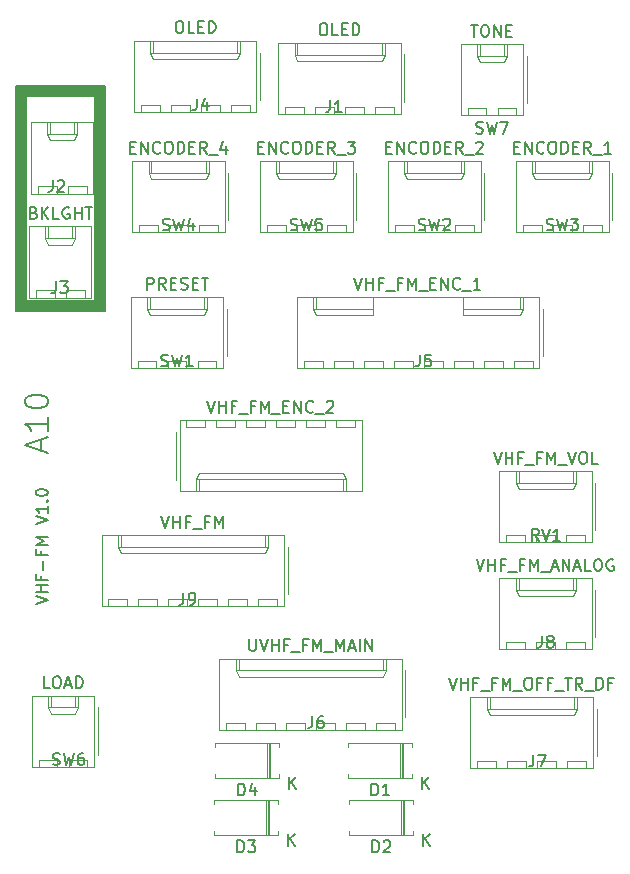
<source format=gbr>
%TF.GenerationSoftware,KiCad,Pcbnew,7.0.9*%
%TF.CreationDate,2023-11-25T11:24:36+10:00*%
%TF.ProjectId,VHF-FM,5648462d-464d-42e6-9b69-6361645f7063,rev?*%
%TF.SameCoordinates,Original*%
%TF.FileFunction,Legend,Top*%
%TF.FilePolarity,Positive*%
%FSLAX46Y46*%
G04 Gerber Fmt 4.6, Leading zero omitted, Abs format (unit mm)*
G04 Created by KiCad (PCBNEW 7.0.9) date 2023-11-25 11:24:36*
%MOMM*%
%LPD*%
G01*
G04 APERTURE LIST*
%ADD10C,0.150000*%
%ADD11C,0.120000*%
G04 APERTURE END LIST*
D10*
X106230000Y-69157700D02*
X107090000Y-69157700D01*
X107090000Y-50172300D01*
X106230000Y-50172300D01*
X106230000Y-69157700D01*
G36*
X106230000Y-69157700D02*
G01*
X107090000Y-69157700D01*
X107090000Y-50172300D01*
X106230000Y-50172300D01*
X106230000Y-69157700D01*
G37*
X112910000Y-68330000D02*
X113770000Y-68330000D01*
X113770000Y-50994600D01*
X112910000Y-50994600D01*
X112910000Y-68330000D01*
G36*
X112910000Y-68330000D02*
G01*
X113770000Y-68330000D01*
X113770000Y-50994600D01*
X112910000Y-50994600D01*
X112910000Y-68330000D01*
G37*
X106750000Y-51020000D02*
X113800000Y-51020000D01*
X113800000Y-50160000D01*
X106750000Y-50160000D01*
X106750000Y-51020000D01*
G36*
X106750000Y-51020000D02*
G01*
X113800000Y-51020000D01*
X113800000Y-50160000D01*
X106750000Y-50160000D01*
X106750000Y-51020000D01*
G37*
X106750000Y-69170000D02*
X113740000Y-69170000D01*
X113740000Y-68310000D01*
X106750000Y-68310000D01*
X106750000Y-69170000D01*
G36*
X106750000Y-69170000D02*
G01*
X113740000Y-69170000D01*
X113740000Y-68310000D01*
X106750000Y-68310000D01*
X106750000Y-69170000D01*
G37*
X108396009Y-81030363D02*
X108396009Y-80077982D01*
X108967438Y-81220839D02*
X106967438Y-80554173D01*
X106967438Y-80554173D02*
X108967438Y-79887506D01*
X108967438Y-78173220D02*
X108967438Y-79316077D01*
X108967438Y-78744649D02*
X106967438Y-78744649D01*
X106967438Y-78744649D02*
X107253152Y-78935125D01*
X107253152Y-78935125D02*
X107443628Y-79125601D01*
X107443628Y-79125601D02*
X107538866Y-79316077D01*
X106967438Y-76935125D02*
X106967438Y-76744648D01*
X106967438Y-76744648D02*
X107062676Y-76554172D01*
X107062676Y-76554172D02*
X107157914Y-76458934D01*
X107157914Y-76458934D02*
X107348390Y-76363696D01*
X107348390Y-76363696D02*
X107729342Y-76268458D01*
X107729342Y-76268458D02*
X108205533Y-76268458D01*
X108205533Y-76268458D02*
X108586485Y-76363696D01*
X108586485Y-76363696D02*
X108776961Y-76458934D01*
X108776961Y-76458934D02*
X108872200Y-76554172D01*
X108872200Y-76554172D02*
X108967438Y-76744648D01*
X108967438Y-76744648D02*
X108967438Y-76935125D01*
X108967438Y-76935125D02*
X108872200Y-77125601D01*
X108872200Y-77125601D02*
X108776961Y-77220839D01*
X108776961Y-77220839D02*
X108586485Y-77316077D01*
X108586485Y-77316077D02*
X108205533Y-77411315D01*
X108205533Y-77411315D02*
X107729342Y-77411315D01*
X107729342Y-77411315D02*
X107348390Y-77316077D01*
X107348390Y-77316077D02*
X107157914Y-77220839D01*
X107157914Y-77220839D02*
X107062676Y-77125601D01*
X107062676Y-77125601D02*
X106967438Y-76935125D01*
X107919819Y-93996077D02*
X108919819Y-93662744D01*
X108919819Y-93662744D02*
X107919819Y-93329411D01*
X108919819Y-92996077D02*
X107919819Y-92996077D01*
X108396009Y-92996077D02*
X108396009Y-92424649D01*
X108919819Y-92424649D02*
X107919819Y-92424649D01*
X108396009Y-91615125D02*
X108396009Y-91948458D01*
X108919819Y-91948458D02*
X107919819Y-91948458D01*
X107919819Y-91948458D02*
X107919819Y-91472268D01*
X108538866Y-91091315D02*
X108538866Y-90329411D01*
X108396009Y-89519887D02*
X108396009Y-89853220D01*
X108919819Y-89853220D02*
X107919819Y-89853220D01*
X107919819Y-89853220D02*
X107919819Y-89377030D01*
X108919819Y-88996077D02*
X107919819Y-88996077D01*
X107919819Y-88996077D02*
X108634104Y-88662744D01*
X108634104Y-88662744D02*
X107919819Y-88329411D01*
X107919819Y-88329411D02*
X108919819Y-88329411D01*
X107919819Y-87234172D02*
X108919819Y-86900839D01*
X108919819Y-86900839D02*
X107919819Y-86567506D01*
X108919819Y-85710363D02*
X108919819Y-86281791D01*
X108919819Y-85996077D02*
X107919819Y-85996077D01*
X107919819Y-85996077D02*
X108062676Y-86091315D01*
X108062676Y-86091315D02*
X108157914Y-86186553D01*
X108157914Y-86186553D02*
X108205533Y-86281791D01*
X108824580Y-85281791D02*
X108872200Y-85234172D01*
X108872200Y-85234172D02*
X108919819Y-85281791D01*
X108919819Y-85281791D02*
X108872200Y-85329410D01*
X108872200Y-85329410D02*
X108824580Y-85281791D01*
X108824580Y-85281791D02*
X108919819Y-85281791D01*
X107919819Y-84615125D02*
X107919819Y-84519887D01*
X107919819Y-84519887D02*
X107967438Y-84424649D01*
X107967438Y-84424649D02*
X108015057Y-84377030D01*
X108015057Y-84377030D02*
X108110295Y-84329411D01*
X108110295Y-84329411D02*
X108300771Y-84281792D01*
X108300771Y-84281792D02*
X108538866Y-84281792D01*
X108538866Y-84281792D02*
X108729342Y-84329411D01*
X108729342Y-84329411D02*
X108824580Y-84377030D01*
X108824580Y-84377030D02*
X108872200Y-84424649D01*
X108872200Y-84424649D02*
X108919819Y-84519887D01*
X108919819Y-84519887D02*
X108919819Y-84615125D01*
X108919819Y-84615125D02*
X108872200Y-84710363D01*
X108872200Y-84710363D02*
X108824580Y-84757982D01*
X108824580Y-84757982D02*
X108729342Y-84805601D01*
X108729342Y-84805601D02*
X108538866Y-84853220D01*
X108538866Y-84853220D02*
X108300771Y-84853220D01*
X108300771Y-84853220D02*
X108110295Y-84805601D01*
X108110295Y-84805601D02*
X108015057Y-84757982D01*
X108015057Y-84757982D02*
X107967438Y-84710363D01*
X107967438Y-84710363D02*
X107919819Y-84615125D01*
X140416666Y-72894819D02*
X140416666Y-73609104D01*
X140416666Y-73609104D02*
X140369047Y-73751961D01*
X140369047Y-73751961D02*
X140273809Y-73847200D01*
X140273809Y-73847200D02*
X140130952Y-73894819D01*
X140130952Y-73894819D02*
X140035714Y-73894819D01*
X141369047Y-72894819D02*
X140892857Y-72894819D01*
X140892857Y-72894819D02*
X140845238Y-73371009D01*
X140845238Y-73371009D02*
X140892857Y-73323390D01*
X140892857Y-73323390D02*
X140988095Y-73275771D01*
X140988095Y-73275771D02*
X141226190Y-73275771D01*
X141226190Y-73275771D02*
X141321428Y-73323390D01*
X141321428Y-73323390D02*
X141369047Y-73371009D01*
X141369047Y-73371009D02*
X141416666Y-73466247D01*
X141416666Y-73466247D02*
X141416666Y-73704342D01*
X141416666Y-73704342D02*
X141369047Y-73799580D01*
X141369047Y-73799580D02*
X141321428Y-73847200D01*
X141321428Y-73847200D02*
X141226190Y-73894819D01*
X141226190Y-73894819D02*
X140988095Y-73894819D01*
X140988095Y-73894819D02*
X140892857Y-73847200D01*
X140892857Y-73847200D02*
X140845238Y-73799580D01*
X134899047Y-66384819D02*
X135232380Y-67384819D01*
X135232380Y-67384819D02*
X135565713Y-66384819D01*
X135899047Y-67384819D02*
X135899047Y-66384819D01*
X135899047Y-66861009D02*
X136470475Y-66861009D01*
X136470475Y-67384819D02*
X136470475Y-66384819D01*
X137279999Y-66861009D02*
X136946666Y-66861009D01*
X136946666Y-67384819D02*
X136946666Y-66384819D01*
X136946666Y-66384819D02*
X137422856Y-66384819D01*
X137565714Y-67480057D02*
X138327618Y-67480057D01*
X138899047Y-66861009D02*
X138565714Y-66861009D01*
X138565714Y-67384819D02*
X138565714Y-66384819D01*
X138565714Y-66384819D02*
X139041904Y-66384819D01*
X139422857Y-67384819D02*
X139422857Y-66384819D01*
X139422857Y-66384819D02*
X139756190Y-67099104D01*
X139756190Y-67099104D02*
X140089523Y-66384819D01*
X140089523Y-66384819D02*
X140089523Y-67384819D01*
X140327619Y-67480057D02*
X141089523Y-67480057D01*
X141327619Y-66861009D02*
X141660952Y-66861009D01*
X141803809Y-67384819D02*
X141327619Y-67384819D01*
X141327619Y-67384819D02*
X141327619Y-66384819D01*
X141327619Y-66384819D02*
X141803809Y-66384819D01*
X142232381Y-67384819D02*
X142232381Y-66384819D01*
X142232381Y-66384819D02*
X142803809Y-67384819D01*
X142803809Y-67384819D02*
X142803809Y-66384819D01*
X143851428Y-67289580D02*
X143803809Y-67337200D01*
X143803809Y-67337200D02*
X143660952Y-67384819D01*
X143660952Y-67384819D02*
X143565714Y-67384819D01*
X143565714Y-67384819D02*
X143422857Y-67337200D01*
X143422857Y-67337200D02*
X143327619Y-67241961D01*
X143327619Y-67241961D02*
X143280000Y-67146723D01*
X143280000Y-67146723D02*
X143232381Y-66956247D01*
X143232381Y-66956247D02*
X143232381Y-66813390D01*
X143232381Y-66813390D02*
X143280000Y-66622914D01*
X143280000Y-66622914D02*
X143327619Y-66527676D01*
X143327619Y-66527676D02*
X143422857Y-66432438D01*
X143422857Y-66432438D02*
X143565714Y-66384819D01*
X143565714Y-66384819D02*
X143660952Y-66384819D01*
X143660952Y-66384819D02*
X143803809Y-66432438D01*
X143803809Y-66432438D02*
X143851428Y-66480057D01*
X144041905Y-67480057D02*
X144803809Y-67480057D01*
X145565714Y-67384819D02*
X144994286Y-67384819D01*
X145280000Y-67384819D02*
X145280000Y-66384819D01*
X145280000Y-66384819D02*
X145184762Y-66527676D01*
X145184762Y-66527676D02*
X145089524Y-66622914D01*
X145089524Y-66622914D02*
X144994286Y-66670533D01*
X122439047Y-76804819D02*
X122772380Y-77804819D01*
X122772380Y-77804819D02*
X123105713Y-76804819D01*
X123439047Y-77804819D02*
X123439047Y-76804819D01*
X123439047Y-77281009D02*
X124010475Y-77281009D01*
X124010475Y-77804819D02*
X124010475Y-76804819D01*
X124819999Y-77281009D02*
X124486666Y-77281009D01*
X124486666Y-77804819D02*
X124486666Y-76804819D01*
X124486666Y-76804819D02*
X124962856Y-76804819D01*
X125105714Y-77900057D02*
X125867618Y-77900057D01*
X126439047Y-77281009D02*
X126105714Y-77281009D01*
X126105714Y-77804819D02*
X126105714Y-76804819D01*
X126105714Y-76804819D02*
X126581904Y-76804819D01*
X126962857Y-77804819D02*
X126962857Y-76804819D01*
X126962857Y-76804819D02*
X127296190Y-77519104D01*
X127296190Y-77519104D02*
X127629523Y-76804819D01*
X127629523Y-76804819D02*
X127629523Y-77804819D01*
X127867619Y-77900057D02*
X128629523Y-77900057D01*
X128867619Y-77281009D02*
X129200952Y-77281009D01*
X129343809Y-77804819D02*
X128867619Y-77804819D01*
X128867619Y-77804819D02*
X128867619Y-76804819D01*
X128867619Y-76804819D02*
X129343809Y-76804819D01*
X129772381Y-77804819D02*
X129772381Y-76804819D01*
X129772381Y-76804819D02*
X130343809Y-77804819D01*
X130343809Y-77804819D02*
X130343809Y-76804819D01*
X131391428Y-77709580D02*
X131343809Y-77757200D01*
X131343809Y-77757200D02*
X131200952Y-77804819D01*
X131200952Y-77804819D02*
X131105714Y-77804819D01*
X131105714Y-77804819D02*
X130962857Y-77757200D01*
X130962857Y-77757200D02*
X130867619Y-77661961D01*
X130867619Y-77661961D02*
X130820000Y-77566723D01*
X130820000Y-77566723D02*
X130772381Y-77376247D01*
X130772381Y-77376247D02*
X130772381Y-77233390D01*
X130772381Y-77233390D02*
X130820000Y-77042914D01*
X130820000Y-77042914D02*
X130867619Y-76947676D01*
X130867619Y-76947676D02*
X130962857Y-76852438D01*
X130962857Y-76852438D02*
X131105714Y-76804819D01*
X131105714Y-76804819D02*
X131200952Y-76804819D01*
X131200952Y-76804819D02*
X131343809Y-76852438D01*
X131343809Y-76852438D02*
X131391428Y-76900057D01*
X131581905Y-77900057D02*
X132343809Y-77900057D01*
X132534286Y-76900057D02*
X132581905Y-76852438D01*
X132581905Y-76852438D02*
X132677143Y-76804819D01*
X132677143Y-76804819D02*
X132915238Y-76804819D01*
X132915238Y-76804819D02*
X133010476Y-76852438D01*
X133010476Y-76852438D02*
X133058095Y-76900057D01*
X133058095Y-76900057D02*
X133105714Y-76995295D01*
X133105714Y-76995295D02*
X133105714Y-77090533D01*
X133105714Y-77090533D02*
X133058095Y-77233390D01*
X133058095Y-77233390D02*
X132486667Y-77804819D01*
X132486667Y-77804819D02*
X133105714Y-77804819D01*
X129496667Y-62327200D02*
X129639524Y-62374819D01*
X129639524Y-62374819D02*
X129877619Y-62374819D01*
X129877619Y-62374819D02*
X129972857Y-62327200D01*
X129972857Y-62327200D02*
X130020476Y-62279580D01*
X130020476Y-62279580D02*
X130068095Y-62184342D01*
X130068095Y-62184342D02*
X130068095Y-62089104D01*
X130068095Y-62089104D02*
X130020476Y-61993866D01*
X130020476Y-61993866D02*
X129972857Y-61946247D01*
X129972857Y-61946247D02*
X129877619Y-61898628D01*
X129877619Y-61898628D02*
X129687143Y-61851009D01*
X129687143Y-61851009D02*
X129591905Y-61803390D01*
X129591905Y-61803390D02*
X129544286Y-61755771D01*
X129544286Y-61755771D02*
X129496667Y-61660533D01*
X129496667Y-61660533D02*
X129496667Y-61565295D01*
X129496667Y-61565295D02*
X129544286Y-61470057D01*
X129544286Y-61470057D02*
X129591905Y-61422438D01*
X129591905Y-61422438D02*
X129687143Y-61374819D01*
X129687143Y-61374819D02*
X129925238Y-61374819D01*
X129925238Y-61374819D02*
X130068095Y-61422438D01*
X130401429Y-61374819D02*
X130639524Y-62374819D01*
X130639524Y-62374819D02*
X130830000Y-61660533D01*
X130830000Y-61660533D02*
X131020476Y-62374819D01*
X131020476Y-62374819D02*
X131258572Y-61374819D01*
X132115714Y-61374819D02*
X131639524Y-61374819D01*
X131639524Y-61374819D02*
X131591905Y-61851009D01*
X131591905Y-61851009D02*
X131639524Y-61803390D01*
X131639524Y-61803390D02*
X131734762Y-61755771D01*
X131734762Y-61755771D02*
X131972857Y-61755771D01*
X131972857Y-61755771D02*
X132068095Y-61803390D01*
X132068095Y-61803390D02*
X132115714Y-61851009D01*
X132115714Y-61851009D02*
X132163333Y-61946247D01*
X132163333Y-61946247D02*
X132163333Y-62184342D01*
X132163333Y-62184342D02*
X132115714Y-62279580D01*
X132115714Y-62279580D02*
X132068095Y-62327200D01*
X132068095Y-62327200D02*
X131972857Y-62374819D01*
X131972857Y-62374819D02*
X131734762Y-62374819D01*
X131734762Y-62374819D02*
X131639524Y-62327200D01*
X131639524Y-62327200D02*
X131591905Y-62279580D01*
X126758571Y-55341009D02*
X127091904Y-55341009D01*
X127234761Y-55864819D02*
X126758571Y-55864819D01*
X126758571Y-55864819D02*
X126758571Y-54864819D01*
X126758571Y-54864819D02*
X127234761Y-54864819D01*
X127663333Y-55864819D02*
X127663333Y-54864819D01*
X127663333Y-54864819D02*
X128234761Y-55864819D01*
X128234761Y-55864819D02*
X128234761Y-54864819D01*
X129282380Y-55769580D02*
X129234761Y-55817200D01*
X129234761Y-55817200D02*
X129091904Y-55864819D01*
X129091904Y-55864819D02*
X128996666Y-55864819D01*
X128996666Y-55864819D02*
X128853809Y-55817200D01*
X128853809Y-55817200D02*
X128758571Y-55721961D01*
X128758571Y-55721961D02*
X128710952Y-55626723D01*
X128710952Y-55626723D02*
X128663333Y-55436247D01*
X128663333Y-55436247D02*
X128663333Y-55293390D01*
X128663333Y-55293390D02*
X128710952Y-55102914D01*
X128710952Y-55102914D02*
X128758571Y-55007676D01*
X128758571Y-55007676D02*
X128853809Y-54912438D01*
X128853809Y-54912438D02*
X128996666Y-54864819D01*
X128996666Y-54864819D02*
X129091904Y-54864819D01*
X129091904Y-54864819D02*
X129234761Y-54912438D01*
X129234761Y-54912438D02*
X129282380Y-54960057D01*
X129901428Y-54864819D02*
X130091904Y-54864819D01*
X130091904Y-54864819D02*
X130187142Y-54912438D01*
X130187142Y-54912438D02*
X130282380Y-55007676D01*
X130282380Y-55007676D02*
X130329999Y-55198152D01*
X130329999Y-55198152D02*
X130329999Y-55531485D01*
X130329999Y-55531485D02*
X130282380Y-55721961D01*
X130282380Y-55721961D02*
X130187142Y-55817200D01*
X130187142Y-55817200D02*
X130091904Y-55864819D01*
X130091904Y-55864819D02*
X129901428Y-55864819D01*
X129901428Y-55864819D02*
X129806190Y-55817200D01*
X129806190Y-55817200D02*
X129710952Y-55721961D01*
X129710952Y-55721961D02*
X129663333Y-55531485D01*
X129663333Y-55531485D02*
X129663333Y-55198152D01*
X129663333Y-55198152D02*
X129710952Y-55007676D01*
X129710952Y-55007676D02*
X129806190Y-54912438D01*
X129806190Y-54912438D02*
X129901428Y-54864819D01*
X130758571Y-55864819D02*
X130758571Y-54864819D01*
X130758571Y-54864819D02*
X130996666Y-54864819D01*
X130996666Y-54864819D02*
X131139523Y-54912438D01*
X131139523Y-54912438D02*
X131234761Y-55007676D01*
X131234761Y-55007676D02*
X131282380Y-55102914D01*
X131282380Y-55102914D02*
X131329999Y-55293390D01*
X131329999Y-55293390D02*
X131329999Y-55436247D01*
X131329999Y-55436247D02*
X131282380Y-55626723D01*
X131282380Y-55626723D02*
X131234761Y-55721961D01*
X131234761Y-55721961D02*
X131139523Y-55817200D01*
X131139523Y-55817200D02*
X130996666Y-55864819D01*
X130996666Y-55864819D02*
X130758571Y-55864819D01*
X131758571Y-55341009D02*
X132091904Y-55341009D01*
X132234761Y-55864819D02*
X131758571Y-55864819D01*
X131758571Y-55864819D02*
X131758571Y-54864819D01*
X131758571Y-54864819D02*
X132234761Y-54864819D01*
X133234761Y-55864819D02*
X132901428Y-55388628D01*
X132663333Y-55864819D02*
X132663333Y-54864819D01*
X132663333Y-54864819D02*
X133044285Y-54864819D01*
X133044285Y-54864819D02*
X133139523Y-54912438D01*
X133139523Y-54912438D02*
X133187142Y-54960057D01*
X133187142Y-54960057D02*
X133234761Y-55055295D01*
X133234761Y-55055295D02*
X133234761Y-55198152D01*
X133234761Y-55198152D02*
X133187142Y-55293390D01*
X133187142Y-55293390D02*
X133139523Y-55341009D01*
X133139523Y-55341009D02*
X133044285Y-55388628D01*
X133044285Y-55388628D02*
X132663333Y-55388628D01*
X133425238Y-55960057D02*
X134187142Y-55960057D01*
X134330000Y-54864819D02*
X134949047Y-54864819D01*
X134949047Y-54864819D02*
X134615714Y-55245771D01*
X134615714Y-55245771D02*
X134758571Y-55245771D01*
X134758571Y-55245771D02*
X134853809Y-55293390D01*
X134853809Y-55293390D02*
X134901428Y-55341009D01*
X134901428Y-55341009D02*
X134949047Y-55436247D01*
X134949047Y-55436247D02*
X134949047Y-55674342D01*
X134949047Y-55674342D02*
X134901428Y-55769580D01*
X134901428Y-55769580D02*
X134853809Y-55817200D01*
X134853809Y-55817200D02*
X134758571Y-55864819D01*
X134758571Y-55864819D02*
X134472857Y-55864819D01*
X134472857Y-55864819D02*
X134377619Y-55817200D01*
X134377619Y-55817200D02*
X134330000Y-55769580D01*
X150756666Y-96704819D02*
X150756666Y-97419104D01*
X150756666Y-97419104D02*
X150709047Y-97561961D01*
X150709047Y-97561961D02*
X150613809Y-97657200D01*
X150613809Y-97657200D02*
X150470952Y-97704819D01*
X150470952Y-97704819D02*
X150375714Y-97704819D01*
X151375714Y-97133390D02*
X151280476Y-97085771D01*
X151280476Y-97085771D02*
X151232857Y-97038152D01*
X151232857Y-97038152D02*
X151185238Y-96942914D01*
X151185238Y-96942914D02*
X151185238Y-96895295D01*
X151185238Y-96895295D02*
X151232857Y-96800057D01*
X151232857Y-96800057D02*
X151280476Y-96752438D01*
X151280476Y-96752438D02*
X151375714Y-96704819D01*
X151375714Y-96704819D02*
X151566190Y-96704819D01*
X151566190Y-96704819D02*
X151661428Y-96752438D01*
X151661428Y-96752438D02*
X151709047Y-96800057D01*
X151709047Y-96800057D02*
X151756666Y-96895295D01*
X151756666Y-96895295D02*
X151756666Y-96942914D01*
X151756666Y-96942914D02*
X151709047Y-97038152D01*
X151709047Y-97038152D02*
X151661428Y-97085771D01*
X151661428Y-97085771D02*
X151566190Y-97133390D01*
X151566190Y-97133390D02*
X151375714Y-97133390D01*
X151375714Y-97133390D02*
X151280476Y-97181009D01*
X151280476Y-97181009D02*
X151232857Y-97228628D01*
X151232857Y-97228628D02*
X151185238Y-97323866D01*
X151185238Y-97323866D02*
X151185238Y-97514342D01*
X151185238Y-97514342D02*
X151232857Y-97609580D01*
X151232857Y-97609580D02*
X151280476Y-97657200D01*
X151280476Y-97657200D02*
X151375714Y-97704819D01*
X151375714Y-97704819D02*
X151566190Y-97704819D01*
X151566190Y-97704819D02*
X151661428Y-97657200D01*
X151661428Y-97657200D02*
X151709047Y-97609580D01*
X151709047Y-97609580D02*
X151756666Y-97514342D01*
X151756666Y-97514342D02*
X151756666Y-97323866D01*
X151756666Y-97323866D02*
X151709047Y-97228628D01*
X151709047Y-97228628D02*
X151661428Y-97181009D01*
X151661428Y-97181009D02*
X151566190Y-97133390D01*
X145232857Y-90194819D02*
X145566190Y-91194819D01*
X145566190Y-91194819D02*
X145899523Y-90194819D01*
X146232857Y-91194819D02*
X146232857Y-90194819D01*
X146232857Y-90671009D02*
X146804285Y-90671009D01*
X146804285Y-91194819D02*
X146804285Y-90194819D01*
X147613809Y-90671009D02*
X147280476Y-90671009D01*
X147280476Y-91194819D02*
X147280476Y-90194819D01*
X147280476Y-90194819D02*
X147756666Y-90194819D01*
X147899524Y-91290057D02*
X148661428Y-91290057D01*
X149232857Y-90671009D02*
X148899524Y-90671009D01*
X148899524Y-91194819D02*
X148899524Y-90194819D01*
X148899524Y-90194819D02*
X149375714Y-90194819D01*
X149756667Y-91194819D02*
X149756667Y-90194819D01*
X149756667Y-90194819D02*
X150090000Y-90909104D01*
X150090000Y-90909104D02*
X150423333Y-90194819D01*
X150423333Y-90194819D02*
X150423333Y-91194819D01*
X150661429Y-91290057D02*
X151423333Y-91290057D01*
X151613810Y-90909104D02*
X152090000Y-90909104D01*
X151518572Y-91194819D02*
X151851905Y-90194819D01*
X151851905Y-90194819D02*
X152185238Y-91194819D01*
X152518572Y-91194819D02*
X152518572Y-90194819D01*
X152518572Y-90194819D02*
X153090000Y-91194819D01*
X153090000Y-91194819D02*
X153090000Y-90194819D01*
X153518572Y-90909104D02*
X153994762Y-90909104D01*
X153423334Y-91194819D02*
X153756667Y-90194819D01*
X153756667Y-90194819D02*
X154090000Y-91194819D01*
X154899524Y-91194819D02*
X154423334Y-91194819D01*
X154423334Y-91194819D02*
X154423334Y-90194819D01*
X155423334Y-90194819D02*
X155613810Y-90194819D01*
X155613810Y-90194819D02*
X155709048Y-90242438D01*
X155709048Y-90242438D02*
X155804286Y-90337676D01*
X155804286Y-90337676D02*
X155851905Y-90528152D01*
X155851905Y-90528152D02*
X155851905Y-90861485D01*
X155851905Y-90861485D02*
X155804286Y-91051961D01*
X155804286Y-91051961D02*
X155709048Y-91147200D01*
X155709048Y-91147200D02*
X155613810Y-91194819D01*
X155613810Y-91194819D02*
X155423334Y-91194819D01*
X155423334Y-91194819D02*
X155328096Y-91147200D01*
X155328096Y-91147200D02*
X155232858Y-91051961D01*
X155232858Y-91051961D02*
X155185239Y-90861485D01*
X155185239Y-90861485D02*
X155185239Y-90528152D01*
X155185239Y-90528152D02*
X155232858Y-90337676D01*
X155232858Y-90337676D02*
X155328096Y-90242438D01*
X155328096Y-90242438D02*
X155423334Y-90194819D01*
X156804286Y-90242438D02*
X156709048Y-90194819D01*
X156709048Y-90194819D02*
X156566191Y-90194819D01*
X156566191Y-90194819D02*
X156423334Y-90242438D01*
X156423334Y-90242438D02*
X156328096Y-90337676D01*
X156328096Y-90337676D02*
X156280477Y-90432914D01*
X156280477Y-90432914D02*
X156232858Y-90623390D01*
X156232858Y-90623390D02*
X156232858Y-90766247D01*
X156232858Y-90766247D02*
X156280477Y-90956723D01*
X156280477Y-90956723D02*
X156328096Y-91051961D01*
X156328096Y-91051961D02*
X156423334Y-91147200D01*
X156423334Y-91147200D02*
X156566191Y-91194819D01*
X156566191Y-91194819D02*
X156661429Y-91194819D01*
X156661429Y-91194819D02*
X156804286Y-91147200D01*
X156804286Y-91147200D02*
X156851905Y-91099580D01*
X156851905Y-91099580D02*
X156851905Y-90766247D01*
X156851905Y-90766247D02*
X156661429Y-90766247D01*
X150046666Y-106754819D02*
X150046666Y-107469104D01*
X150046666Y-107469104D02*
X149999047Y-107611961D01*
X149999047Y-107611961D02*
X149903809Y-107707200D01*
X149903809Y-107707200D02*
X149760952Y-107754819D01*
X149760952Y-107754819D02*
X149665714Y-107754819D01*
X150427619Y-106754819D02*
X151094285Y-106754819D01*
X151094285Y-106754819D02*
X150665714Y-107754819D01*
X142909999Y-100244819D02*
X143243332Y-101244819D01*
X143243332Y-101244819D02*
X143576665Y-100244819D01*
X143909999Y-101244819D02*
X143909999Y-100244819D01*
X143909999Y-100721009D02*
X144481427Y-100721009D01*
X144481427Y-101244819D02*
X144481427Y-100244819D01*
X145290951Y-100721009D02*
X144957618Y-100721009D01*
X144957618Y-101244819D02*
X144957618Y-100244819D01*
X144957618Y-100244819D02*
X145433808Y-100244819D01*
X145576666Y-101340057D02*
X146338570Y-101340057D01*
X146909999Y-100721009D02*
X146576666Y-100721009D01*
X146576666Y-101244819D02*
X146576666Y-100244819D01*
X146576666Y-100244819D02*
X147052856Y-100244819D01*
X147433809Y-101244819D02*
X147433809Y-100244819D01*
X147433809Y-100244819D02*
X147767142Y-100959104D01*
X147767142Y-100959104D02*
X148100475Y-100244819D01*
X148100475Y-100244819D02*
X148100475Y-101244819D01*
X148338571Y-101340057D02*
X149100475Y-101340057D01*
X149529047Y-100244819D02*
X149719523Y-100244819D01*
X149719523Y-100244819D02*
X149814761Y-100292438D01*
X149814761Y-100292438D02*
X149909999Y-100387676D01*
X149909999Y-100387676D02*
X149957618Y-100578152D01*
X149957618Y-100578152D02*
X149957618Y-100911485D01*
X149957618Y-100911485D02*
X149909999Y-101101961D01*
X149909999Y-101101961D02*
X149814761Y-101197200D01*
X149814761Y-101197200D02*
X149719523Y-101244819D01*
X149719523Y-101244819D02*
X149529047Y-101244819D01*
X149529047Y-101244819D02*
X149433809Y-101197200D01*
X149433809Y-101197200D02*
X149338571Y-101101961D01*
X149338571Y-101101961D02*
X149290952Y-100911485D01*
X149290952Y-100911485D02*
X149290952Y-100578152D01*
X149290952Y-100578152D02*
X149338571Y-100387676D01*
X149338571Y-100387676D02*
X149433809Y-100292438D01*
X149433809Y-100292438D02*
X149529047Y-100244819D01*
X150719523Y-100721009D02*
X150386190Y-100721009D01*
X150386190Y-101244819D02*
X150386190Y-100244819D01*
X150386190Y-100244819D02*
X150862380Y-100244819D01*
X151576666Y-100721009D02*
X151243333Y-100721009D01*
X151243333Y-101244819D02*
X151243333Y-100244819D01*
X151243333Y-100244819D02*
X151719523Y-100244819D01*
X151862381Y-101340057D02*
X152624285Y-101340057D01*
X152719524Y-100244819D02*
X153290952Y-100244819D01*
X153005238Y-101244819D02*
X153005238Y-100244819D01*
X154195714Y-101244819D02*
X153862381Y-100768628D01*
X153624286Y-101244819D02*
X153624286Y-100244819D01*
X153624286Y-100244819D02*
X154005238Y-100244819D01*
X154005238Y-100244819D02*
X154100476Y-100292438D01*
X154100476Y-100292438D02*
X154148095Y-100340057D01*
X154148095Y-100340057D02*
X154195714Y-100435295D01*
X154195714Y-100435295D02*
X154195714Y-100578152D01*
X154195714Y-100578152D02*
X154148095Y-100673390D01*
X154148095Y-100673390D02*
X154100476Y-100721009D01*
X154100476Y-100721009D02*
X154005238Y-100768628D01*
X154005238Y-100768628D02*
X153624286Y-100768628D01*
X154386191Y-101340057D02*
X155148095Y-101340057D01*
X155386191Y-101244819D02*
X155386191Y-100244819D01*
X155386191Y-100244819D02*
X155624286Y-100244819D01*
X155624286Y-100244819D02*
X155767143Y-100292438D01*
X155767143Y-100292438D02*
X155862381Y-100387676D01*
X155862381Y-100387676D02*
X155910000Y-100482914D01*
X155910000Y-100482914D02*
X155957619Y-100673390D01*
X155957619Y-100673390D02*
X155957619Y-100816247D01*
X155957619Y-100816247D02*
X155910000Y-101006723D01*
X155910000Y-101006723D02*
X155862381Y-101101961D01*
X155862381Y-101101961D02*
X155767143Y-101197200D01*
X155767143Y-101197200D02*
X155624286Y-101244819D01*
X155624286Y-101244819D02*
X155386191Y-101244819D01*
X156719524Y-100721009D02*
X156386191Y-100721009D01*
X156386191Y-101244819D02*
X156386191Y-100244819D01*
X156386191Y-100244819D02*
X156862381Y-100244819D01*
X131316666Y-103494819D02*
X131316666Y-104209104D01*
X131316666Y-104209104D02*
X131269047Y-104351961D01*
X131269047Y-104351961D02*
X131173809Y-104447200D01*
X131173809Y-104447200D02*
X131030952Y-104494819D01*
X131030952Y-104494819D02*
X130935714Y-104494819D01*
X132221428Y-103494819D02*
X132030952Y-103494819D01*
X132030952Y-103494819D02*
X131935714Y-103542438D01*
X131935714Y-103542438D02*
X131888095Y-103590057D01*
X131888095Y-103590057D02*
X131792857Y-103732914D01*
X131792857Y-103732914D02*
X131745238Y-103923390D01*
X131745238Y-103923390D02*
X131745238Y-104304342D01*
X131745238Y-104304342D02*
X131792857Y-104399580D01*
X131792857Y-104399580D02*
X131840476Y-104447200D01*
X131840476Y-104447200D02*
X131935714Y-104494819D01*
X131935714Y-104494819D02*
X132126190Y-104494819D01*
X132126190Y-104494819D02*
X132221428Y-104447200D01*
X132221428Y-104447200D02*
X132269047Y-104399580D01*
X132269047Y-104399580D02*
X132316666Y-104304342D01*
X132316666Y-104304342D02*
X132316666Y-104066247D01*
X132316666Y-104066247D02*
X132269047Y-103971009D01*
X132269047Y-103971009D02*
X132221428Y-103923390D01*
X132221428Y-103923390D02*
X132126190Y-103875771D01*
X132126190Y-103875771D02*
X131935714Y-103875771D01*
X131935714Y-103875771D02*
X131840476Y-103923390D01*
X131840476Y-103923390D02*
X131792857Y-103971009D01*
X131792857Y-103971009D02*
X131745238Y-104066247D01*
X125989524Y-96984819D02*
X125989524Y-97794342D01*
X125989524Y-97794342D02*
X126037143Y-97889580D01*
X126037143Y-97889580D02*
X126084762Y-97937200D01*
X126084762Y-97937200D02*
X126180000Y-97984819D01*
X126180000Y-97984819D02*
X126370476Y-97984819D01*
X126370476Y-97984819D02*
X126465714Y-97937200D01*
X126465714Y-97937200D02*
X126513333Y-97889580D01*
X126513333Y-97889580D02*
X126560952Y-97794342D01*
X126560952Y-97794342D02*
X126560952Y-96984819D01*
X126894286Y-96984819D02*
X127227619Y-97984819D01*
X127227619Y-97984819D02*
X127560952Y-96984819D01*
X127894286Y-97984819D02*
X127894286Y-96984819D01*
X127894286Y-97461009D02*
X128465714Y-97461009D01*
X128465714Y-97984819D02*
X128465714Y-96984819D01*
X129275238Y-97461009D02*
X128941905Y-97461009D01*
X128941905Y-97984819D02*
X128941905Y-96984819D01*
X128941905Y-96984819D02*
X129418095Y-96984819D01*
X129560953Y-98080057D02*
X130322857Y-98080057D01*
X130894286Y-97461009D02*
X130560953Y-97461009D01*
X130560953Y-97984819D02*
X130560953Y-96984819D01*
X130560953Y-96984819D02*
X131037143Y-96984819D01*
X131418096Y-97984819D02*
X131418096Y-96984819D01*
X131418096Y-96984819D02*
X131751429Y-97699104D01*
X131751429Y-97699104D02*
X132084762Y-96984819D01*
X132084762Y-96984819D02*
X132084762Y-97984819D01*
X132322858Y-98080057D02*
X133084762Y-98080057D01*
X133322858Y-97984819D02*
X133322858Y-96984819D01*
X133322858Y-96984819D02*
X133656191Y-97699104D01*
X133656191Y-97699104D02*
X133989524Y-96984819D01*
X133989524Y-96984819D02*
X133989524Y-97984819D01*
X134418096Y-97699104D02*
X134894286Y-97699104D01*
X134322858Y-97984819D02*
X134656191Y-96984819D01*
X134656191Y-96984819D02*
X134989524Y-97984819D01*
X135322858Y-97984819D02*
X135322858Y-96984819D01*
X135799048Y-97984819D02*
X135799048Y-96984819D01*
X135799048Y-96984819D02*
X136370476Y-97984819D01*
X136370476Y-97984819D02*
X136370476Y-96984819D01*
X121546666Y-51204819D02*
X121546666Y-51919104D01*
X121546666Y-51919104D02*
X121499047Y-52061961D01*
X121499047Y-52061961D02*
X121403809Y-52157200D01*
X121403809Y-52157200D02*
X121260952Y-52204819D01*
X121260952Y-52204819D02*
X121165714Y-52204819D01*
X122451428Y-51538152D02*
X122451428Y-52204819D01*
X122213333Y-51157200D02*
X121975238Y-51871485D01*
X121975238Y-51871485D02*
X122594285Y-51871485D01*
X119987619Y-44654819D02*
X120178095Y-44654819D01*
X120178095Y-44654819D02*
X120273333Y-44702438D01*
X120273333Y-44702438D02*
X120368571Y-44797676D01*
X120368571Y-44797676D02*
X120416190Y-44988152D01*
X120416190Y-44988152D02*
X120416190Y-45321485D01*
X120416190Y-45321485D02*
X120368571Y-45511961D01*
X120368571Y-45511961D02*
X120273333Y-45607200D01*
X120273333Y-45607200D02*
X120178095Y-45654819D01*
X120178095Y-45654819D02*
X119987619Y-45654819D01*
X119987619Y-45654819D02*
X119892381Y-45607200D01*
X119892381Y-45607200D02*
X119797143Y-45511961D01*
X119797143Y-45511961D02*
X119749524Y-45321485D01*
X119749524Y-45321485D02*
X119749524Y-44988152D01*
X119749524Y-44988152D02*
X119797143Y-44797676D01*
X119797143Y-44797676D02*
X119892381Y-44702438D01*
X119892381Y-44702438D02*
X119987619Y-44654819D01*
X121320952Y-45654819D02*
X120844762Y-45654819D01*
X120844762Y-45654819D02*
X120844762Y-44654819D01*
X121654286Y-45131009D02*
X121987619Y-45131009D01*
X122130476Y-45654819D02*
X121654286Y-45654819D01*
X121654286Y-45654819D02*
X121654286Y-44654819D01*
X121654286Y-44654819D02*
X122130476Y-44654819D01*
X122559048Y-45654819D02*
X122559048Y-44654819D01*
X122559048Y-44654819D02*
X122797143Y-44654819D01*
X122797143Y-44654819D02*
X122940000Y-44702438D01*
X122940000Y-44702438D02*
X123035238Y-44797676D01*
X123035238Y-44797676D02*
X123082857Y-44892914D01*
X123082857Y-44892914D02*
X123130476Y-45083390D01*
X123130476Y-45083390D02*
X123130476Y-45226247D01*
X123130476Y-45226247D02*
X123082857Y-45416723D01*
X123082857Y-45416723D02*
X123035238Y-45511961D01*
X123035238Y-45511961D02*
X122940000Y-45607200D01*
X122940000Y-45607200D02*
X122797143Y-45654819D01*
X122797143Y-45654819D02*
X122559048Y-45654819D01*
X109606666Y-66684819D02*
X109606666Y-67399104D01*
X109606666Y-67399104D02*
X109559047Y-67541961D01*
X109559047Y-67541961D02*
X109463809Y-67637200D01*
X109463809Y-67637200D02*
X109320952Y-67684819D01*
X109320952Y-67684819D02*
X109225714Y-67684819D01*
X109987619Y-66684819D02*
X110606666Y-66684819D01*
X110606666Y-66684819D02*
X110273333Y-67065771D01*
X110273333Y-67065771D02*
X110416190Y-67065771D01*
X110416190Y-67065771D02*
X110511428Y-67113390D01*
X110511428Y-67113390D02*
X110559047Y-67161009D01*
X110559047Y-67161009D02*
X110606666Y-67256247D01*
X110606666Y-67256247D02*
X110606666Y-67494342D01*
X110606666Y-67494342D02*
X110559047Y-67589580D01*
X110559047Y-67589580D02*
X110511428Y-67637200D01*
X110511428Y-67637200D02*
X110416190Y-67684819D01*
X110416190Y-67684819D02*
X110130476Y-67684819D01*
X110130476Y-67684819D02*
X110035238Y-67637200D01*
X110035238Y-67637200D02*
X109987619Y-67589580D01*
X107741904Y-60881009D02*
X107884761Y-60928628D01*
X107884761Y-60928628D02*
X107932380Y-60976247D01*
X107932380Y-60976247D02*
X107979999Y-61071485D01*
X107979999Y-61071485D02*
X107979999Y-61214342D01*
X107979999Y-61214342D02*
X107932380Y-61309580D01*
X107932380Y-61309580D02*
X107884761Y-61357200D01*
X107884761Y-61357200D02*
X107789523Y-61404819D01*
X107789523Y-61404819D02*
X107408571Y-61404819D01*
X107408571Y-61404819D02*
X107408571Y-60404819D01*
X107408571Y-60404819D02*
X107741904Y-60404819D01*
X107741904Y-60404819D02*
X107837142Y-60452438D01*
X107837142Y-60452438D02*
X107884761Y-60500057D01*
X107884761Y-60500057D02*
X107932380Y-60595295D01*
X107932380Y-60595295D02*
X107932380Y-60690533D01*
X107932380Y-60690533D02*
X107884761Y-60785771D01*
X107884761Y-60785771D02*
X107837142Y-60833390D01*
X107837142Y-60833390D02*
X107741904Y-60881009D01*
X107741904Y-60881009D02*
X107408571Y-60881009D01*
X108408571Y-61404819D02*
X108408571Y-60404819D01*
X108979999Y-61404819D02*
X108551428Y-60833390D01*
X108979999Y-60404819D02*
X108408571Y-60976247D01*
X109884761Y-61404819D02*
X109408571Y-61404819D01*
X109408571Y-61404819D02*
X109408571Y-60404819D01*
X110741904Y-60452438D02*
X110646666Y-60404819D01*
X110646666Y-60404819D02*
X110503809Y-60404819D01*
X110503809Y-60404819D02*
X110360952Y-60452438D01*
X110360952Y-60452438D02*
X110265714Y-60547676D01*
X110265714Y-60547676D02*
X110218095Y-60642914D01*
X110218095Y-60642914D02*
X110170476Y-60833390D01*
X110170476Y-60833390D02*
X110170476Y-60976247D01*
X110170476Y-60976247D02*
X110218095Y-61166723D01*
X110218095Y-61166723D02*
X110265714Y-61261961D01*
X110265714Y-61261961D02*
X110360952Y-61357200D01*
X110360952Y-61357200D02*
X110503809Y-61404819D01*
X110503809Y-61404819D02*
X110599047Y-61404819D01*
X110599047Y-61404819D02*
X110741904Y-61357200D01*
X110741904Y-61357200D02*
X110789523Y-61309580D01*
X110789523Y-61309580D02*
X110789523Y-60976247D01*
X110789523Y-60976247D02*
X110599047Y-60976247D01*
X111218095Y-61404819D02*
X111218095Y-60404819D01*
X111218095Y-60881009D02*
X111789523Y-60881009D01*
X111789523Y-61404819D02*
X111789523Y-60404819D01*
X112122857Y-60404819D02*
X112694285Y-60404819D01*
X112408571Y-61404819D02*
X112408571Y-60404819D01*
X109336666Y-58104819D02*
X109336666Y-58819104D01*
X109336666Y-58819104D02*
X109289047Y-58961961D01*
X109289047Y-58961961D02*
X109193809Y-59057200D01*
X109193809Y-59057200D02*
X109050952Y-59104819D01*
X109050952Y-59104819D02*
X108955714Y-59104819D01*
X109765238Y-58200057D02*
X109812857Y-58152438D01*
X109812857Y-58152438D02*
X109908095Y-58104819D01*
X109908095Y-58104819D02*
X110146190Y-58104819D01*
X110146190Y-58104819D02*
X110241428Y-58152438D01*
X110241428Y-58152438D02*
X110289047Y-58200057D01*
X110289047Y-58200057D02*
X110336666Y-58295295D01*
X110336666Y-58295295D02*
X110336666Y-58390533D01*
X110336666Y-58390533D02*
X110289047Y-58533390D01*
X110289047Y-58533390D02*
X109717619Y-59104819D01*
X109717619Y-59104819D02*
X110336666Y-59104819D01*
X132826666Y-51354819D02*
X132826666Y-52069104D01*
X132826666Y-52069104D02*
X132779047Y-52211961D01*
X132779047Y-52211961D02*
X132683809Y-52307200D01*
X132683809Y-52307200D02*
X132540952Y-52354819D01*
X132540952Y-52354819D02*
X132445714Y-52354819D01*
X133826666Y-52354819D02*
X133255238Y-52354819D01*
X133540952Y-52354819D02*
X133540952Y-51354819D01*
X133540952Y-51354819D02*
X133445714Y-51497676D01*
X133445714Y-51497676D02*
X133350476Y-51592914D01*
X133350476Y-51592914D02*
X133255238Y-51640533D01*
X132177619Y-44844819D02*
X132368095Y-44844819D01*
X132368095Y-44844819D02*
X132463333Y-44892438D01*
X132463333Y-44892438D02*
X132558571Y-44987676D01*
X132558571Y-44987676D02*
X132606190Y-45178152D01*
X132606190Y-45178152D02*
X132606190Y-45511485D01*
X132606190Y-45511485D02*
X132558571Y-45701961D01*
X132558571Y-45701961D02*
X132463333Y-45797200D01*
X132463333Y-45797200D02*
X132368095Y-45844819D01*
X132368095Y-45844819D02*
X132177619Y-45844819D01*
X132177619Y-45844819D02*
X132082381Y-45797200D01*
X132082381Y-45797200D02*
X131987143Y-45701961D01*
X131987143Y-45701961D02*
X131939524Y-45511485D01*
X131939524Y-45511485D02*
X131939524Y-45178152D01*
X131939524Y-45178152D02*
X131987143Y-44987676D01*
X131987143Y-44987676D02*
X132082381Y-44892438D01*
X132082381Y-44892438D02*
X132177619Y-44844819D01*
X133510952Y-45844819D02*
X133034762Y-45844819D01*
X133034762Y-45844819D02*
X133034762Y-44844819D01*
X133844286Y-45321009D02*
X134177619Y-45321009D01*
X134320476Y-45844819D02*
X133844286Y-45844819D01*
X133844286Y-45844819D02*
X133844286Y-44844819D01*
X133844286Y-44844819D02*
X134320476Y-44844819D01*
X134749048Y-45844819D02*
X134749048Y-44844819D01*
X134749048Y-44844819D02*
X134987143Y-44844819D01*
X134987143Y-44844819D02*
X135130000Y-44892438D01*
X135130000Y-44892438D02*
X135225238Y-44987676D01*
X135225238Y-44987676D02*
X135272857Y-45082914D01*
X135272857Y-45082914D02*
X135320476Y-45273390D01*
X135320476Y-45273390D02*
X135320476Y-45416247D01*
X135320476Y-45416247D02*
X135272857Y-45606723D01*
X135272857Y-45606723D02*
X135225238Y-45701961D01*
X135225238Y-45701961D02*
X135130000Y-45797200D01*
X135130000Y-45797200D02*
X134987143Y-45844819D01*
X134987143Y-45844819D02*
X134749048Y-45844819D01*
X145206667Y-54127200D02*
X145349524Y-54174819D01*
X145349524Y-54174819D02*
X145587619Y-54174819D01*
X145587619Y-54174819D02*
X145682857Y-54127200D01*
X145682857Y-54127200D02*
X145730476Y-54079580D01*
X145730476Y-54079580D02*
X145778095Y-53984342D01*
X145778095Y-53984342D02*
X145778095Y-53889104D01*
X145778095Y-53889104D02*
X145730476Y-53793866D01*
X145730476Y-53793866D02*
X145682857Y-53746247D01*
X145682857Y-53746247D02*
X145587619Y-53698628D01*
X145587619Y-53698628D02*
X145397143Y-53651009D01*
X145397143Y-53651009D02*
X145301905Y-53603390D01*
X145301905Y-53603390D02*
X145254286Y-53555771D01*
X145254286Y-53555771D02*
X145206667Y-53460533D01*
X145206667Y-53460533D02*
X145206667Y-53365295D01*
X145206667Y-53365295D02*
X145254286Y-53270057D01*
X145254286Y-53270057D02*
X145301905Y-53222438D01*
X145301905Y-53222438D02*
X145397143Y-53174819D01*
X145397143Y-53174819D02*
X145635238Y-53174819D01*
X145635238Y-53174819D02*
X145778095Y-53222438D01*
X146111429Y-53174819D02*
X146349524Y-54174819D01*
X146349524Y-54174819D02*
X146540000Y-53460533D01*
X146540000Y-53460533D02*
X146730476Y-54174819D01*
X146730476Y-54174819D02*
X146968572Y-53174819D01*
X147254286Y-53174819D02*
X147920952Y-53174819D01*
X147920952Y-53174819D02*
X147492381Y-54174819D01*
X144754286Y-44974819D02*
X145325714Y-44974819D01*
X145040000Y-45974819D02*
X145040000Y-44974819D01*
X145849524Y-44974819D02*
X146040000Y-44974819D01*
X146040000Y-44974819D02*
X146135238Y-45022438D01*
X146135238Y-45022438D02*
X146230476Y-45117676D01*
X146230476Y-45117676D02*
X146278095Y-45308152D01*
X146278095Y-45308152D02*
X146278095Y-45641485D01*
X146278095Y-45641485D02*
X146230476Y-45831961D01*
X146230476Y-45831961D02*
X146135238Y-45927200D01*
X146135238Y-45927200D02*
X146040000Y-45974819D01*
X146040000Y-45974819D02*
X145849524Y-45974819D01*
X145849524Y-45974819D02*
X145754286Y-45927200D01*
X145754286Y-45927200D02*
X145659048Y-45831961D01*
X145659048Y-45831961D02*
X145611429Y-45641485D01*
X145611429Y-45641485D02*
X145611429Y-45308152D01*
X145611429Y-45308152D02*
X145659048Y-45117676D01*
X145659048Y-45117676D02*
X145754286Y-45022438D01*
X145754286Y-45022438D02*
X145849524Y-44974819D01*
X146706667Y-45974819D02*
X146706667Y-44974819D01*
X146706667Y-44974819D02*
X147278095Y-45974819D01*
X147278095Y-45974819D02*
X147278095Y-44974819D01*
X147754286Y-45451009D02*
X148087619Y-45451009D01*
X148230476Y-45974819D02*
X147754286Y-45974819D01*
X147754286Y-45974819D02*
X147754286Y-44974819D01*
X147754286Y-44974819D02*
X148230476Y-44974819D01*
X150494761Y-88634819D02*
X150161428Y-88158628D01*
X149923333Y-88634819D02*
X149923333Y-87634819D01*
X149923333Y-87634819D02*
X150304285Y-87634819D01*
X150304285Y-87634819D02*
X150399523Y-87682438D01*
X150399523Y-87682438D02*
X150447142Y-87730057D01*
X150447142Y-87730057D02*
X150494761Y-87825295D01*
X150494761Y-87825295D02*
X150494761Y-87968152D01*
X150494761Y-87968152D02*
X150447142Y-88063390D01*
X150447142Y-88063390D02*
X150399523Y-88111009D01*
X150399523Y-88111009D02*
X150304285Y-88158628D01*
X150304285Y-88158628D02*
X149923333Y-88158628D01*
X150780476Y-87634819D02*
X151113809Y-88634819D01*
X151113809Y-88634819D02*
X151447142Y-87634819D01*
X152304285Y-88634819D02*
X151732857Y-88634819D01*
X152018571Y-88634819D02*
X152018571Y-87634819D01*
X152018571Y-87634819D02*
X151923333Y-87777676D01*
X151923333Y-87777676D02*
X151828095Y-87872914D01*
X151828095Y-87872914D02*
X151732857Y-87920533D01*
X146685238Y-81124819D02*
X147018571Y-82124819D01*
X147018571Y-82124819D02*
X147351904Y-81124819D01*
X147685238Y-82124819D02*
X147685238Y-81124819D01*
X147685238Y-81601009D02*
X148256666Y-81601009D01*
X148256666Y-82124819D02*
X148256666Y-81124819D01*
X149066190Y-81601009D02*
X148732857Y-81601009D01*
X148732857Y-82124819D02*
X148732857Y-81124819D01*
X148732857Y-81124819D02*
X149209047Y-81124819D01*
X149351905Y-82220057D02*
X150113809Y-82220057D01*
X150685238Y-81601009D02*
X150351905Y-81601009D01*
X150351905Y-82124819D02*
X150351905Y-81124819D01*
X150351905Y-81124819D02*
X150828095Y-81124819D01*
X151209048Y-82124819D02*
X151209048Y-81124819D01*
X151209048Y-81124819D02*
X151542381Y-81839104D01*
X151542381Y-81839104D02*
X151875714Y-81124819D01*
X151875714Y-81124819D02*
X151875714Y-82124819D01*
X152113810Y-82220057D02*
X152875714Y-82220057D01*
X152970953Y-81124819D02*
X153304286Y-82124819D01*
X153304286Y-82124819D02*
X153637619Y-81124819D01*
X154161429Y-81124819D02*
X154351905Y-81124819D01*
X154351905Y-81124819D02*
X154447143Y-81172438D01*
X154447143Y-81172438D02*
X154542381Y-81267676D01*
X154542381Y-81267676D02*
X154590000Y-81458152D01*
X154590000Y-81458152D02*
X154590000Y-81791485D01*
X154590000Y-81791485D02*
X154542381Y-81981961D01*
X154542381Y-81981961D02*
X154447143Y-82077200D01*
X154447143Y-82077200D02*
X154351905Y-82124819D01*
X154351905Y-82124819D02*
X154161429Y-82124819D01*
X154161429Y-82124819D02*
X154066191Y-82077200D01*
X154066191Y-82077200D02*
X153970953Y-81981961D01*
X153970953Y-81981961D02*
X153923334Y-81791485D01*
X153923334Y-81791485D02*
X153923334Y-81458152D01*
X153923334Y-81458152D02*
X153970953Y-81267676D01*
X153970953Y-81267676D02*
X154066191Y-81172438D01*
X154066191Y-81172438D02*
X154161429Y-81124819D01*
X155494762Y-82124819D02*
X155018572Y-82124819D01*
X155018572Y-82124819D02*
X155018572Y-81124819D01*
X125061905Y-110204819D02*
X125061905Y-109204819D01*
X125061905Y-109204819D02*
X125300000Y-109204819D01*
X125300000Y-109204819D02*
X125442857Y-109252438D01*
X125442857Y-109252438D02*
X125538095Y-109347676D01*
X125538095Y-109347676D02*
X125585714Y-109442914D01*
X125585714Y-109442914D02*
X125633333Y-109633390D01*
X125633333Y-109633390D02*
X125633333Y-109776247D01*
X125633333Y-109776247D02*
X125585714Y-109966723D01*
X125585714Y-109966723D02*
X125538095Y-110061961D01*
X125538095Y-110061961D02*
X125442857Y-110157200D01*
X125442857Y-110157200D02*
X125300000Y-110204819D01*
X125300000Y-110204819D02*
X125061905Y-110204819D01*
X126490476Y-109538152D02*
X126490476Y-110204819D01*
X126252381Y-109157200D02*
X126014286Y-109871485D01*
X126014286Y-109871485D02*
X126633333Y-109871485D01*
X129348095Y-109634819D02*
X129348095Y-108634819D01*
X129919523Y-109634819D02*
X129490952Y-109063390D01*
X129919523Y-108634819D02*
X129348095Y-109206247D01*
X120416666Y-93054819D02*
X120416666Y-93769104D01*
X120416666Y-93769104D02*
X120369047Y-93911961D01*
X120369047Y-93911961D02*
X120273809Y-94007200D01*
X120273809Y-94007200D02*
X120130952Y-94054819D01*
X120130952Y-94054819D02*
X120035714Y-94054819D01*
X120940476Y-94054819D02*
X121130952Y-94054819D01*
X121130952Y-94054819D02*
X121226190Y-94007200D01*
X121226190Y-94007200D02*
X121273809Y-93959580D01*
X121273809Y-93959580D02*
X121369047Y-93816723D01*
X121369047Y-93816723D02*
X121416666Y-93626247D01*
X121416666Y-93626247D02*
X121416666Y-93245295D01*
X121416666Y-93245295D02*
X121369047Y-93150057D01*
X121369047Y-93150057D02*
X121321428Y-93102438D01*
X121321428Y-93102438D02*
X121226190Y-93054819D01*
X121226190Y-93054819D02*
X121035714Y-93054819D01*
X121035714Y-93054819D02*
X120940476Y-93102438D01*
X120940476Y-93102438D02*
X120892857Y-93150057D01*
X120892857Y-93150057D02*
X120845238Y-93245295D01*
X120845238Y-93245295D02*
X120845238Y-93483390D01*
X120845238Y-93483390D02*
X120892857Y-93578628D01*
X120892857Y-93578628D02*
X120940476Y-93626247D01*
X120940476Y-93626247D02*
X121035714Y-93673866D01*
X121035714Y-93673866D02*
X121226190Y-93673866D01*
X121226190Y-93673866D02*
X121321428Y-93626247D01*
X121321428Y-93626247D02*
X121369047Y-93578628D01*
X121369047Y-93578628D02*
X121416666Y-93483390D01*
X118553333Y-86544819D02*
X118886666Y-87544819D01*
X118886666Y-87544819D02*
X119219999Y-86544819D01*
X119553333Y-87544819D02*
X119553333Y-86544819D01*
X119553333Y-87021009D02*
X120124761Y-87021009D01*
X120124761Y-87544819D02*
X120124761Y-86544819D01*
X120934285Y-87021009D02*
X120600952Y-87021009D01*
X120600952Y-87544819D02*
X120600952Y-86544819D01*
X120600952Y-86544819D02*
X121077142Y-86544819D01*
X121220000Y-87640057D02*
X121981904Y-87640057D01*
X122553333Y-87021009D02*
X122220000Y-87021009D01*
X122220000Y-87544819D02*
X122220000Y-86544819D01*
X122220000Y-86544819D02*
X122696190Y-86544819D01*
X123077143Y-87544819D02*
X123077143Y-86544819D01*
X123077143Y-86544819D02*
X123410476Y-87259104D01*
X123410476Y-87259104D02*
X123743809Y-86544819D01*
X123743809Y-86544819D02*
X123743809Y-87544819D01*
X151156667Y-62327200D02*
X151299524Y-62374819D01*
X151299524Y-62374819D02*
X151537619Y-62374819D01*
X151537619Y-62374819D02*
X151632857Y-62327200D01*
X151632857Y-62327200D02*
X151680476Y-62279580D01*
X151680476Y-62279580D02*
X151728095Y-62184342D01*
X151728095Y-62184342D02*
X151728095Y-62089104D01*
X151728095Y-62089104D02*
X151680476Y-61993866D01*
X151680476Y-61993866D02*
X151632857Y-61946247D01*
X151632857Y-61946247D02*
X151537619Y-61898628D01*
X151537619Y-61898628D02*
X151347143Y-61851009D01*
X151347143Y-61851009D02*
X151251905Y-61803390D01*
X151251905Y-61803390D02*
X151204286Y-61755771D01*
X151204286Y-61755771D02*
X151156667Y-61660533D01*
X151156667Y-61660533D02*
X151156667Y-61565295D01*
X151156667Y-61565295D02*
X151204286Y-61470057D01*
X151204286Y-61470057D02*
X151251905Y-61422438D01*
X151251905Y-61422438D02*
X151347143Y-61374819D01*
X151347143Y-61374819D02*
X151585238Y-61374819D01*
X151585238Y-61374819D02*
X151728095Y-61422438D01*
X152061429Y-61374819D02*
X152299524Y-62374819D01*
X152299524Y-62374819D02*
X152490000Y-61660533D01*
X152490000Y-61660533D02*
X152680476Y-62374819D01*
X152680476Y-62374819D02*
X152918572Y-61374819D01*
X153204286Y-61374819D02*
X153823333Y-61374819D01*
X153823333Y-61374819D02*
X153490000Y-61755771D01*
X153490000Y-61755771D02*
X153632857Y-61755771D01*
X153632857Y-61755771D02*
X153728095Y-61803390D01*
X153728095Y-61803390D02*
X153775714Y-61851009D01*
X153775714Y-61851009D02*
X153823333Y-61946247D01*
X153823333Y-61946247D02*
X153823333Y-62184342D01*
X153823333Y-62184342D02*
X153775714Y-62279580D01*
X153775714Y-62279580D02*
X153728095Y-62327200D01*
X153728095Y-62327200D02*
X153632857Y-62374819D01*
X153632857Y-62374819D02*
X153347143Y-62374819D01*
X153347143Y-62374819D02*
X153251905Y-62327200D01*
X153251905Y-62327200D02*
X153204286Y-62279580D01*
X148418571Y-55341009D02*
X148751904Y-55341009D01*
X148894761Y-55864819D02*
X148418571Y-55864819D01*
X148418571Y-55864819D02*
X148418571Y-54864819D01*
X148418571Y-54864819D02*
X148894761Y-54864819D01*
X149323333Y-55864819D02*
X149323333Y-54864819D01*
X149323333Y-54864819D02*
X149894761Y-55864819D01*
X149894761Y-55864819D02*
X149894761Y-54864819D01*
X150942380Y-55769580D02*
X150894761Y-55817200D01*
X150894761Y-55817200D02*
X150751904Y-55864819D01*
X150751904Y-55864819D02*
X150656666Y-55864819D01*
X150656666Y-55864819D02*
X150513809Y-55817200D01*
X150513809Y-55817200D02*
X150418571Y-55721961D01*
X150418571Y-55721961D02*
X150370952Y-55626723D01*
X150370952Y-55626723D02*
X150323333Y-55436247D01*
X150323333Y-55436247D02*
X150323333Y-55293390D01*
X150323333Y-55293390D02*
X150370952Y-55102914D01*
X150370952Y-55102914D02*
X150418571Y-55007676D01*
X150418571Y-55007676D02*
X150513809Y-54912438D01*
X150513809Y-54912438D02*
X150656666Y-54864819D01*
X150656666Y-54864819D02*
X150751904Y-54864819D01*
X150751904Y-54864819D02*
X150894761Y-54912438D01*
X150894761Y-54912438D02*
X150942380Y-54960057D01*
X151561428Y-54864819D02*
X151751904Y-54864819D01*
X151751904Y-54864819D02*
X151847142Y-54912438D01*
X151847142Y-54912438D02*
X151942380Y-55007676D01*
X151942380Y-55007676D02*
X151989999Y-55198152D01*
X151989999Y-55198152D02*
X151989999Y-55531485D01*
X151989999Y-55531485D02*
X151942380Y-55721961D01*
X151942380Y-55721961D02*
X151847142Y-55817200D01*
X151847142Y-55817200D02*
X151751904Y-55864819D01*
X151751904Y-55864819D02*
X151561428Y-55864819D01*
X151561428Y-55864819D02*
X151466190Y-55817200D01*
X151466190Y-55817200D02*
X151370952Y-55721961D01*
X151370952Y-55721961D02*
X151323333Y-55531485D01*
X151323333Y-55531485D02*
X151323333Y-55198152D01*
X151323333Y-55198152D02*
X151370952Y-55007676D01*
X151370952Y-55007676D02*
X151466190Y-54912438D01*
X151466190Y-54912438D02*
X151561428Y-54864819D01*
X152418571Y-55864819D02*
X152418571Y-54864819D01*
X152418571Y-54864819D02*
X152656666Y-54864819D01*
X152656666Y-54864819D02*
X152799523Y-54912438D01*
X152799523Y-54912438D02*
X152894761Y-55007676D01*
X152894761Y-55007676D02*
X152942380Y-55102914D01*
X152942380Y-55102914D02*
X152989999Y-55293390D01*
X152989999Y-55293390D02*
X152989999Y-55436247D01*
X152989999Y-55436247D02*
X152942380Y-55626723D01*
X152942380Y-55626723D02*
X152894761Y-55721961D01*
X152894761Y-55721961D02*
X152799523Y-55817200D01*
X152799523Y-55817200D02*
X152656666Y-55864819D01*
X152656666Y-55864819D02*
X152418571Y-55864819D01*
X153418571Y-55341009D02*
X153751904Y-55341009D01*
X153894761Y-55864819D02*
X153418571Y-55864819D01*
X153418571Y-55864819D02*
X153418571Y-54864819D01*
X153418571Y-54864819D02*
X153894761Y-54864819D01*
X154894761Y-55864819D02*
X154561428Y-55388628D01*
X154323333Y-55864819D02*
X154323333Y-54864819D01*
X154323333Y-54864819D02*
X154704285Y-54864819D01*
X154704285Y-54864819D02*
X154799523Y-54912438D01*
X154799523Y-54912438D02*
X154847142Y-54960057D01*
X154847142Y-54960057D02*
X154894761Y-55055295D01*
X154894761Y-55055295D02*
X154894761Y-55198152D01*
X154894761Y-55198152D02*
X154847142Y-55293390D01*
X154847142Y-55293390D02*
X154799523Y-55341009D01*
X154799523Y-55341009D02*
X154704285Y-55388628D01*
X154704285Y-55388628D02*
X154323333Y-55388628D01*
X155085238Y-55960057D02*
X155847142Y-55960057D01*
X156609047Y-55864819D02*
X156037619Y-55864819D01*
X156323333Y-55864819D02*
X156323333Y-54864819D01*
X156323333Y-54864819D02*
X156228095Y-55007676D01*
X156228095Y-55007676D02*
X156132857Y-55102914D01*
X156132857Y-55102914D02*
X156037619Y-55150533D01*
X136411905Y-115024819D02*
X136411905Y-114024819D01*
X136411905Y-114024819D02*
X136650000Y-114024819D01*
X136650000Y-114024819D02*
X136792857Y-114072438D01*
X136792857Y-114072438D02*
X136888095Y-114167676D01*
X136888095Y-114167676D02*
X136935714Y-114262914D01*
X136935714Y-114262914D02*
X136983333Y-114453390D01*
X136983333Y-114453390D02*
X136983333Y-114596247D01*
X136983333Y-114596247D02*
X136935714Y-114786723D01*
X136935714Y-114786723D02*
X136888095Y-114881961D01*
X136888095Y-114881961D02*
X136792857Y-114977200D01*
X136792857Y-114977200D02*
X136650000Y-115024819D01*
X136650000Y-115024819D02*
X136411905Y-115024819D01*
X137364286Y-114120057D02*
X137411905Y-114072438D01*
X137411905Y-114072438D02*
X137507143Y-114024819D01*
X137507143Y-114024819D02*
X137745238Y-114024819D01*
X137745238Y-114024819D02*
X137840476Y-114072438D01*
X137840476Y-114072438D02*
X137888095Y-114120057D01*
X137888095Y-114120057D02*
X137935714Y-114215295D01*
X137935714Y-114215295D02*
X137935714Y-114310533D01*
X137935714Y-114310533D02*
X137888095Y-114453390D01*
X137888095Y-114453390D02*
X137316667Y-115024819D01*
X137316667Y-115024819D02*
X137935714Y-115024819D01*
X140698095Y-114454819D02*
X140698095Y-113454819D01*
X141269523Y-114454819D02*
X140840952Y-113883390D01*
X141269523Y-113454819D02*
X140698095Y-114026247D01*
X118536667Y-73847200D02*
X118679524Y-73894819D01*
X118679524Y-73894819D02*
X118917619Y-73894819D01*
X118917619Y-73894819D02*
X119012857Y-73847200D01*
X119012857Y-73847200D02*
X119060476Y-73799580D01*
X119060476Y-73799580D02*
X119108095Y-73704342D01*
X119108095Y-73704342D02*
X119108095Y-73609104D01*
X119108095Y-73609104D02*
X119060476Y-73513866D01*
X119060476Y-73513866D02*
X119012857Y-73466247D01*
X119012857Y-73466247D02*
X118917619Y-73418628D01*
X118917619Y-73418628D02*
X118727143Y-73371009D01*
X118727143Y-73371009D02*
X118631905Y-73323390D01*
X118631905Y-73323390D02*
X118584286Y-73275771D01*
X118584286Y-73275771D02*
X118536667Y-73180533D01*
X118536667Y-73180533D02*
X118536667Y-73085295D01*
X118536667Y-73085295D02*
X118584286Y-72990057D01*
X118584286Y-72990057D02*
X118631905Y-72942438D01*
X118631905Y-72942438D02*
X118727143Y-72894819D01*
X118727143Y-72894819D02*
X118965238Y-72894819D01*
X118965238Y-72894819D02*
X119108095Y-72942438D01*
X119441429Y-72894819D02*
X119679524Y-73894819D01*
X119679524Y-73894819D02*
X119870000Y-73180533D01*
X119870000Y-73180533D02*
X120060476Y-73894819D01*
X120060476Y-73894819D02*
X120298572Y-72894819D01*
X121203333Y-73894819D02*
X120631905Y-73894819D01*
X120917619Y-73894819D02*
X120917619Y-72894819D01*
X120917619Y-72894819D02*
X120822381Y-73037676D01*
X120822381Y-73037676D02*
X120727143Y-73132914D01*
X120727143Y-73132914D02*
X120631905Y-73180533D01*
X117346190Y-67384819D02*
X117346190Y-66384819D01*
X117346190Y-66384819D02*
X117727142Y-66384819D01*
X117727142Y-66384819D02*
X117822380Y-66432438D01*
X117822380Y-66432438D02*
X117869999Y-66480057D01*
X117869999Y-66480057D02*
X117917618Y-66575295D01*
X117917618Y-66575295D02*
X117917618Y-66718152D01*
X117917618Y-66718152D02*
X117869999Y-66813390D01*
X117869999Y-66813390D02*
X117822380Y-66861009D01*
X117822380Y-66861009D02*
X117727142Y-66908628D01*
X117727142Y-66908628D02*
X117346190Y-66908628D01*
X118917618Y-67384819D02*
X118584285Y-66908628D01*
X118346190Y-67384819D02*
X118346190Y-66384819D01*
X118346190Y-66384819D02*
X118727142Y-66384819D01*
X118727142Y-66384819D02*
X118822380Y-66432438D01*
X118822380Y-66432438D02*
X118869999Y-66480057D01*
X118869999Y-66480057D02*
X118917618Y-66575295D01*
X118917618Y-66575295D02*
X118917618Y-66718152D01*
X118917618Y-66718152D02*
X118869999Y-66813390D01*
X118869999Y-66813390D02*
X118822380Y-66861009D01*
X118822380Y-66861009D02*
X118727142Y-66908628D01*
X118727142Y-66908628D02*
X118346190Y-66908628D01*
X119346190Y-66861009D02*
X119679523Y-66861009D01*
X119822380Y-67384819D02*
X119346190Y-67384819D01*
X119346190Y-67384819D02*
X119346190Y-66384819D01*
X119346190Y-66384819D02*
X119822380Y-66384819D01*
X120203333Y-67337200D02*
X120346190Y-67384819D01*
X120346190Y-67384819D02*
X120584285Y-67384819D01*
X120584285Y-67384819D02*
X120679523Y-67337200D01*
X120679523Y-67337200D02*
X120727142Y-67289580D01*
X120727142Y-67289580D02*
X120774761Y-67194342D01*
X120774761Y-67194342D02*
X120774761Y-67099104D01*
X120774761Y-67099104D02*
X120727142Y-67003866D01*
X120727142Y-67003866D02*
X120679523Y-66956247D01*
X120679523Y-66956247D02*
X120584285Y-66908628D01*
X120584285Y-66908628D02*
X120393809Y-66861009D01*
X120393809Y-66861009D02*
X120298571Y-66813390D01*
X120298571Y-66813390D02*
X120250952Y-66765771D01*
X120250952Y-66765771D02*
X120203333Y-66670533D01*
X120203333Y-66670533D02*
X120203333Y-66575295D01*
X120203333Y-66575295D02*
X120250952Y-66480057D01*
X120250952Y-66480057D02*
X120298571Y-66432438D01*
X120298571Y-66432438D02*
X120393809Y-66384819D01*
X120393809Y-66384819D02*
X120631904Y-66384819D01*
X120631904Y-66384819D02*
X120774761Y-66432438D01*
X121203333Y-66861009D02*
X121536666Y-66861009D01*
X121679523Y-67384819D02*
X121203333Y-67384819D01*
X121203333Y-67384819D02*
X121203333Y-66384819D01*
X121203333Y-66384819D02*
X121679523Y-66384819D01*
X121965238Y-66384819D02*
X122536666Y-66384819D01*
X122250952Y-67384819D02*
X122250952Y-66384819D01*
X136331905Y-110204819D02*
X136331905Y-109204819D01*
X136331905Y-109204819D02*
X136570000Y-109204819D01*
X136570000Y-109204819D02*
X136712857Y-109252438D01*
X136712857Y-109252438D02*
X136808095Y-109347676D01*
X136808095Y-109347676D02*
X136855714Y-109442914D01*
X136855714Y-109442914D02*
X136903333Y-109633390D01*
X136903333Y-109633390D02*
X136903333Y-109776247D01*
X136903333Y-109776247D02*
X136855714Y-109966723D01*
X136855714Y-109966723D02*
X136808095Y-110061961D01*
X136808095Y-110061961D02*
X136712857Y-110157200D01*
X136712857Y-110157200D02*
X136570000Y-110204819D01*
X136570000Y-110204819D02*
X136331905Y-110204819D01*
X137855714Y-110204819D02*
X137284286Y-110204819D01*
X137570000Y-110204819D02*
X137570000Y-109204819D01*
X137570000Y-109204819D02*
X137474762Y-109347676D01*
X137474762Y-109347676D02*
X137379524Y-109442914D01*
X137379524Y-109442914D02*
X137284286Y-109490533D01*
X140618095Y-109634819D02*
X140618095Y-108634819D01*
X141189523Y-109634819D02*
X140760952Y-109063390D01*
X141189523Y-108634819D02*
X140618095Y-109206247D01*
X140326667Y-62327200D02*
X140469524Y-62374819D01*
X140469524Y-62374819D02*
X140707619Y-62374819D01*
X140707619Y-62374819D02*
X140802857Y-62327200D01*
X140802857Y-62327200D02*
X140850476Y-62279580D01*
X140850476Y-62279580D02*
X140898095Y-62184342D01*
X140898095Y-62184342D02*
X140898095Y-62089104D01*
X140898095Y-62089104D02*
X140850476Y-61993866D01*
X140850476Y-61993866D02*
X140802857Y-61946247D01*
X140802857Y-61946247D02*
X140707619Y-61898628D01*
X140707619Y-61898628D02*
X140517143Y-61851009D01*
X140517143Y-61851009D02*
X140421905Y-61803390D01*
X140421905Y-61803390D02*
X140374286Y-61755771D01*
X140374286Y-61755771D02*
X140326667Y-61660533D01*
X140326667Y-61660533D02*
X140326667Y-61565295D01*
X140326667Y-61565295D02*
X140374286Y-61470057D01*
X140374286Y-61470057D02*
X140421905Y-61422438D01*
X140421905Y-61422438D02*
X140517143Y-61374819D01*
X140517143Y-61374819D02*
X140755238Y-61374819D01*
X140755238Y-61374819D02*
X140898095Y-61422438D01*
X141231429Y-61374819D02*
X141469524Y-62374819D01*
X141469524Y-62374819D02*
X141660000Y-61660533D01*
X141660000Y-61660533D02*
X141850476Y-62374819D01*
X141850476Y-62374819D02*
X142088572Y-61374819D01*
X142421905Y-61470057D02*
X142469524Y-61422438D01*
X142469524Y-61422438D02*
X142564762Y-61374819D01*
X142564762Y-61374819D02*
X142802857Y-61374819D01*
X142802857Y-61374819D02*
X142898095Y-61422438D01*
X142898095Y-61422438D02*
X142945714Y-61470057D01*
X142945714Y-61470057D02*
X142993333Y-61565295D01*
X142993333Y-61565295D02*
X142993333Y-61660533D01*
X142993333Y-61660533D02*
X142945714Y-61803390D01*
X142945714Y-61803390D02*
X142374286Y-62374819D01*
X142374286Y-62374819D02*
X142993333Y-62374819D01*
X137588571Y-55341009D02*
X137921904Y-55341009D01*
X138064761Y-55864819D02*
X137588571Y-55864819D01*
X137588571Y-55864819D02*
X137588571Y-54864819D01*
X137588571Y-54864819D02*
X138064761Y-54864819D01*
X138493333Y-55864819D02*
X138493333Y-54864819D01*
X138493333Y-54864819D02*
X139064761Y-55864819D01*
X139064761Y-55864819D02*
X139064761Y-54864819D01*
X140112380Y-55769580D02*
X140064761Y-55817200D01*
X140064761Y-55817200D02*
X139921904Y-55864819D01*
X139921904Y-55864819D02*
X139826666Y-55864819D01*
X139826666Y-55864819D02*
X139683809Y-55817200D01*
X139683809Y-55817200D02*
X139588571Y-55721961D01*
X139588571Y-55721961D02*
X139540952Y-55626723D01*
X139540952Y-55626723D02*
X139493333Y-55436247D01*
X139493333Y-55436247D02*
X139493333Y-55293390D01*
X139493333Y-55293390D02*
X139540952Y-55102914D01*
X139540952Y-55102914D02*
X139588571Y-55007676D01*
X139588571Y-55007676D02*
X139683809Y-54912438D01*
X139683809Y-54912438D02*
X139826666Y-54864819D01*
X139826666Y-54864819D02*
X139921904Y-54864819D01*
X139921904Y-54864819D02*
X140064761Y-54912438D01*
X140064761Y-54912438D02*
X140112380Y-54960057D01*
X140731428Y-54864819D02*
X140921904Y-54864819D01*
X140921904Y-54864819D02*
X141017142Y-54912438D01*
X141017142Y-54912438D02*
X141112380Y-55007676D01*
X141112380Y-55007676D02*
X141159999Y-55198152D01*
X141159999Y-55198152D02*
X141159999Y-55531485D01*
X141159999Y-55531485D02*
X141112380Y-55721961D01*
X141112380Y-55721961D02*
X141017142Y-55817200D01*
X141017142Y-55817200D02*
X140921904Y-55864819D01*
X140921904Y-55864819D02*
X140731428Y-55864819D01*
X140731428Y-55864819D02*
X140636190Y-55817200D01*
X140636190Y-55817200D02*
X140540952Y-55721961D01*
X140540952Y-55721961D02*
X140493333Y-55531485D01*
X140493333Y-55531485D02*
X140493333Y-55198152D01*
X140493333Y-55198152D02*
X140540952Y-55007676D01*
X140540952Y-55007676D02*
X140636190Y-54912438D01*
X140636190Y-54912438D02*
X140731428Y-54864819D01*
X141588571Y-55864819D02*
X141588571Y-54864819D01*
X141588571Y-54864819D02*
X141826666Y-54864819D01*
X141826666Y-54864819D02*
X141969523Y-54912438D01*
X141969523Y-54912438D02*
X142064761Y-55007676D01*
X142064761Y-55007676D02*
X142112380Y-55102914D01*
X142112380Y-55102914D02*
X142159999Y-55293390D01*
X142159999Y-55293390D02*
X142159999Y-55436247D01*
X142159999Y-55436247D02*
X142112380Y-55626723D01*
X142112380Y-55626723D02*
X142064761Y-55721961D01*
X142064761Y-55721961D02*
X141969523Y-55817200D01*
X141969523Y-55817200D02*
X141826666Y-55864819D01*
X141826666Y-55864819D02*
X141588571Y-55864819D01*
X142588571Y-55341009D02*
X142921904Y-55341009D01*
X143064761Y-55864819D02*
X142588571Y-55864819D01*
X142588571Y-55864819D02*
X142588571Y-54864819D01*
X142588571Y-54864819D02*
X143064761Y-54864819D01*
X144064761Y-55864819D02*
X143731428Y-55388628D01*
X143493333Y-55864819D02*
X143493333Y-54864819D01*
X143493333Y-54864819D02*
X143874285Y-54864819D01*
X143874285Y-54864819D02*
X143969523Y-54912438D01*
X143969523Y-54912438D02*
X144017142Y-54960057D01*
X144017142Y-54960057D02*
X144064761Y-55055295D01*
X144064761Y-55055295D02*
X144064761Y-55198152D01*
X144064761Y-55198152D02*
X144017142Y-55293390D01*
X144017142Y-55293390D02*
X143969523Y-55341009D01*
X143969523Y-55341009D02*
X143874285Y-55388628D01*
X143874285Y-55388628D02*
X143493333Y-55388628D01*
X144255238Y-55960057D02*
X145017142Y-55960057D01*
X145207619Y-54960057D02*
X145255238Y-54912438D01*
X145255238Y-54912438D02*
X145350476Y-54864819D01*
X145350476Y-54864819D02*
X145588571Y-54864819D01*
X145588571Y-54864819D02*
X145683809Y-54912438D01*
X145683809Y-54912438D02*
X145731428Y-54960057D01*
X145731428Y-54960057D02*
X145779047Y-55055295D01*
X145779047Y-55055295D02*
X145779047Y-55150533D01*
X145779047Y-55150533D02*
X145731428Y-55293390D01*
X145731428Y-55293390D02*
X145160000Y-55864819D01*
X145160000Y-55864819D02*
X145779047Y-55864819D01*
X124991905Y-115024819D02*
X124991905Y-114024819D01*
X124991905Y-114024819D02*
X125230000Y-114024819D01*
X125230000Y-114024819D02*
X125372857Y-114072438D01*
X125372857Y-114072438D02*
X125468095Y-114167676D01*
X125468095Y-114167676D02*
X125515714Y-114262914D01*
X125515714Y-114262914D02*
X125563333Y-114453390D01*
X125563333Y-114453390D02*
X125563333Y-114596247D01*
X125563333Y-114596247D02*
X125515714Y-114786723D01*
X125515714Y-114786723D02*
X125468095Y-114881961D01*
X125468095Y-114881961D02*
X125372857Y-114977200D01*
X125372857Y-114977200D02*
X125230000Y-115024819D01*
X125230000Y-115024819D02*
X124991905Y-115024819D01*
X125896667Y-114024819D02*
X126515714Y-114024819D01*
X126515714Y-114024819D02*
X126182381Y-114405771D01*
X126182381Y-114405771D02*
X126325238Y-114405771D01*
X126325238Y-114405771D02*
X126420476Y-114453390D01*
X126420476Y-114453390D02*
X126468095Y-114501009D01*
X126468095Y-114501009D02*
X126515714Y-114596247D01*
X126515714Y-114596247D02*
X126515714Y-114834342D01*
X126515714Y-114834342D02*
X126468095Y-114929580D01*
X126468095Y-114929580D02*
X126420476Y-114977200D01*
X126420476Y-114977200D02*
X126325238Y-115024819D01*
X126325238Y-115024819D02*
X126039524Y-115024819D01*
X126039524Y-115024819D02*
X125944286Y-114977200D01*
X125944286Y-114977200D02*
X125896667Y-114929580D01*
X129278095Y-114454819D02*
X129278095Y-113454819D01*
X129849523Y-114454819D02*
X129420952Y-113883390D01*
X129849523Y-113454819D02*
X129278095Y-114026247D01*
X118666667Y-62327200D02*
X118809524Y-62374819D01*
X118809524Y-62374819D02*
X119047619Y-62374819D01*
X119047619Y-62374819D02*
X119142857Y-62327200D01*
X119142857Y-62327200D02*
X119190476Y-62279580D01*
X119190476Y-62279580D02*
X119238095Y-62184342D01*
X119238095Y-62184342D02*
X119238095Y-62089104D01*
X119238095Y-62089104D02*
X119190476Y-61993866D01*
X119190476Y-61993866D02*
X119142857Y-61946247D01*
X119142857Y-61946247D02*
X119047619Y-61898628D01*
X119047619Y-61898628D02*
X118857143Y-61851009D01*
X118857143Y-61851009D02*
X118761905Y-61803390D01*
X118761905Y-61803390D02*
X118714286Y-61755771D01*
X118714286Y-61755771D02*
X118666667Y-61660533D01*
X118666667Y-61660533D02*
X118666667Y-61565295D01*
X118666667Y-61565295D02*
X118714286Y-61470057D01*
X118714286Y-61470057D02*
X118761905Y-61422438D01*
X118761905Y-61422438D02*
X118857143Y-61374819D01*
X118857143Y-61374819D02*
X119095238Y-61374819D01*
X119095238Y-61374819D02*
X119238095Y-61422438D01*
X119571429Y-61374819D02*
X119809524Y-62374819D01*
X119809524Y-62374819D02*
X120000000Y-61660533D01*
X120000000Y-61660533D02*
X120190476Y-62374819D01*
X120190476Y-62374819D02*
X120428572Y-61374819D01*
X121238095Y-61708152D02*
X121238095Y-62374819D01*
X121000000Y-61327200D02*
X120761905Y-62041485D01*
X120761905Y-62041485D02*
X121380952Y-62041485D01*
X115928571Y-55341009D02*
X116261904Y-55341009D01*
X116404761Y-55864819D02*
X115928571Y-55864819D01*
X115928571Y-55864819D02*
X115928571Y-54864819D01*
X115928571Y-54864819D02*
X116404761Y-54864819D01*
X116833333Y-55864819D02*
X116833333Y-54864819D01*
X116833333Y-54864819D02*
X117404761Y-55864819D01*
X117404761Y-55864819D02*
X117404761Y-54864819D01*
X118452380Y-55769580D02*
X118404761Y-55817200D01*
X118404761Y-55817200D02*
X118261904Y-55864819D01*
X118261904Y-55864819D02*
X118166666Y-55864819D01*
X118166666Y-55864819D02*
X118023809Y-55817200D01*
X118023809Y-55817200D02*
X117928571Y-55721961D01*
X117928571Y-55721961D02*
X117880952Y-55626723D01*
X117880952Y-55626723D02*
X117833333Y-55436247D01*
X117833333Y-55436247D02*
X117833333Y-55293390D01*
X117833333Y-55293390D02*
X117880952Y-55102914D01*
X117880952Y-55102914D02*
X117928571Y-55007676D01*
X117928571Y-55007676D02*
X118023809Y-54912438D01*
X118023809Y-54912438D02*
X118166666Y-54864819D01*
X118166666Y-54864819D02*
X118261904Y-54864819D01*
X118261904Y-54864819D02*
X118404761Y-54912438D01*
X118404761Y-54912438D02*
X118452380Y-54960057D01*
X119071428Y-54864819D02*
X119261904Y-54864819D01*
X119261904Y-54864819D02*
X119357142Y-54912438D01*
X119357142Y-54912438D02*
X119452380Y-55007676D01*
X119452380Y-55007676D02*
X119499999Y-55198152D01*
X119499999Y-55198152D02*
X119499999Y-55531485D01*
X119499999Y-55531485D02*
X119452380Y-55721961D01*
X119452380Y-55721961D02*
X119357142Y-55817200D01*
X119357142Y-55817200D02*
X119261904Y-55864819D01*
X119261904Y-55864819D02*
X119071428Y-55864819D01*
X119071428Y-55864819D02*
X118976190Y-55817200D01*
X118976190Y-55817200D02*
X118880952Y-55721961D01*
X118880952Y-55721961D02*
X118833333Y-55531485D01*
X118833333Y-55531485D02*
X118833333Y-55198152D01*
X118833333Y-55198152D02*
X118880952Y-55007676D01*
X118880952Y-55007676D02*
X118976190Y-54912438D01*
X118976190Y-54912438D02*
X119071428Y-54864819D01*
X119928571Y-55864819D02*
X119928571Y-54864819D01*
X119928571Y-54864819D02*
X120166666Y-54864819D01*
X120166666Y-54864819D02*
X120309523Y-54912438D01*
X120309523Y-54912438D02*
X120404761Y-55007676D01*
X120404761Y-55007676D02*
X120452380Y-55102914D01*
X120452380Y-55102914D02*
X120499999Y-55293390D01*
X120499999Y-55293390D02*
X120499999Y-55436247D01*
X120499999Y-55436247D02*
X120452380Y-55626723D01*
X120452380Y-55626723D02*
X120404761Y-55721961D01*
X120404761Y-55721961D02*
X120309523Y-55817200D01*
X120309523Y-55817200D02*
X120166666Y-55864819D01*
X120166666Y-55864819D02*
X119928571Y-55864819D01*
X120928571Y-55341009D02*
X121261904Y-55341009D01*
X121404761Y-55864819D02*
X120928571Y-55864819D01*
X120928571Y-55864819D02*
X120928571Y-54864819D01*
X120928571Y-54864819D02*
X121404761Y-54864819D01*
X122404761Y-55864819D02*
X122071428Y-55388628D01*
X121833333Y-55864819D02*
X121833333Y-54864819D01*
X121833333Y-54864819D02*
X122214285Y-54864819D01*
X122214285Y-54864819D02*
X122309523Y-54912438D01*
X122309523Y-54912438D02*
X122357142Y-54960057D01*
X122357142Y-54960057D02*
X122404761Y-55055295D01*
X122404761Y-55055295D02*
X122404761Y-55198152D01*
X122404761Y-55198152D02*
X122357142Y-55293390D01*
X122357142Y-55293390D02*
X122309523Y-55341009D01*
X122309523Y-55341009D02*
X122214285Y-55388628D01*
X122214285Y-55388628D02*
X121833333Y-55388628D01*
X122595238Y-55960057D02*
X123357142Y-55960057D01*
X124023809Y-55198152D02*
X124023809Y-55864819D01*
X123785714Y-54817200D02*
X123547619Y-55531485D01*
X123547619Y-55531485D02*
X124166666Y-55531485D01*
X109356667Y-107587200D02*
X109499524Y-107634819D01*
X109499524Y-107634819D02*
X109737619Y-107634819D01*
X109737619Y-107634819D02*
X109832857Y-107587200D01*
X109832857Y-107587200D02*
X109880476Y-107539580D01*
X109880476Y-107539580D02*
X109928095Y-107444342D01*
X109928095Y-107444342D02*
X109928095Y-107349104D01*
X109928095Y-107349104D02*
X109880476Y-107253866D01*
X109880476Y-107253866D02*
X109832857Y-107206247D01*
X109832857Y-107206247D02*
X109737619Y-107158628D01*
X109737619Y-107158628D02*
X109547143Y-107111009D01*
X109547143Y-107111009D02*
X109451905Y-107063390D01*
X109451905Y-107063390D02*
X109404286Y-107015771D01*
X109404286Y-107015771D02*
X109356667Y-106920533D01*
X109356667Y-106920533D02*
X109356667Y-106825295D01*
X109356667Y-106825295D02*
X109404286Y-106730057D01*
X109404286Y-106730057D02*
X109451905Y-106682438D01*
X109451905Y-106682438D02*
X109547143Y-106634819D01*
X109547143Y-106634819D02*
X109785238Y-106634819D01*
X109785238Y-106634819D02*
X109928095Y-106682438D01*
X110261429Y-106634819D02*
X110499524Y-107634819D01*
X110499524Y-107634819D02*
X110690000Y-106920533D01*
X110690000Y-106920533D02*
X110880476Y-107634819D01*
X110880476Y-107634819D02*
X111118572Y-106634819D01*
X111928095Y-106634819D02*
X111737619Y-106634819D01*
X111737619Y-106634819D02*
X111642381Y-106682438D01*
X111642381Y-106682438D02*
X111594762Y-106730057D01*
X111594762Y-106730057D02*
X111499524Y-106872914D01*
X111499524Y-106872914D02*
X111451905Y-107063390D01*
X111451905Y-107063390D02*
X111451905Y-107444342D01*
X111451905Y-107444342D02*
X111499524Y-107539580D01*
X111499524Y-107539580D02*
X111547143Y-107587200D01*
X111547143Y-107587200D02*
X111642381Y-107634819D01*
X111642381Y-107634819D02*
X111832857Y-107634819D01*
X111832857Y-107634819D02*
X111928095Y-107587200D01*
X111928095Y-107587200D02*
X111975714Y-107539580D01*
X111975714Y-107539580D02*
X112023333Y-107444342D01*
X112023333Y-107444342D02*
X112023333Y-107206247D01*
X112023333Y-107206247D02*
X111975714Y-107111009D01*
X111975714Y-107111009D02*
X111928095Y-107063390D01*
X111928095Y-107063390D02*
X111832857Y-107015771D01*
X111832857Y-107015771D02*
X111642381Y-107015771D01*
X111642381Y-107015771D02*
X111547143Y-107063390D01*
X111547143Y-107063390D02*
X111499524Y-107111009D01*
X111499524Y-107111009D02*
X111451905Y-107206247D01*
X109077142Y-101124819D02*
X108600952Y-101124819D01*
X108600952Y-101124819D02*
X108600952Y-100124819D01*
X109600952Y-100124819D02*
X109791428Y-100124819D01*
X109791428Y-100124819D02*
X109886666Y-100172438D01*
X109886666Y-100172438D02*
X109981904Y-100267676D01*
X109981904Y-100267676D02*
X110029523Y-100458152D01*
X110029523Y-100458152D02*
X110029523Y-100791485D01*
X110029523Y-100791485D02*
X109981904Y-100981961D01*
X109981904Y-100981961D02*
X109886666Y-101077200D01*
X109886666Y-101077200D02*
X109791428Y-101124819D01*
X109791428Y-101124819D02*
X109600952Y-101124819D01*
X109600952Y-101124819D02*
X109505714Y-101077200D01*
X109505714Y-101077200D02*
X109410476Y-100981961D01*
X109410476Y-100981961D02*
X109362857Y-100791485D01*
X109362857Y-100791485D02*
X109362857Y-100458152D01*
X109362857Y-100458152D02*
X109410476Y-100267676D01*
X109410476Y-100267676D02*
X109505714Y-100172438D01*
X109505714Y-100172438D02*
X109600952Y-100124819D01*
X110410476Y-100839104D02*
X110886666Y-100839104D01*
X110315238Y-101124819D02*
X110648571Y-100124819D01*
X110648571Y-100124819D02*
X110981904Y-101124819D01*
X111315238Y-101124819D02*
X111315238Y-100124819D01*
X111315238Y-100124819D02*
X111553333Y-100124819D01*
X111553333Y-100124819D02*
X111696190Y-100172438D01*
X111696190Y-100172438D02*
X111791428Y-100267676D01*
X111791428Y-100267676D02*
X111839047Y-100362914D01*
X111839047Y-100362914D02*
X111886666Y-100553390D01*
X111886666Y-100553390D02*
X111886666Y-100696247D01*
X111886666Y-100696247D02*
X111839047Y-100886723D01*
X111839047Y-100886723D02*
X111791428Y-100981961D01*
X111791428Y-100981961D02*
X111696190Y-101077200D01*
X111696190Y-101077200D02*
X111553333Y-101124819D01*
X111553333Y-101124819D02*
X111315238Y-101124819D01*
D11*
%TO.C,J5*%
X149970000Y-73440000D02*
X148370000Y-73440000D01*
X131390000Y-68020000D02*
X131390000Y-69020000D01*
X131390000Y-69020000D02*
X131640000Y-69550000D01*
X131390000Y-69020000D02*
X136470000Y-69020000D01*
X130590000Y-73440000D02*
X130590000Y-74040000D01*
X148920000Y-69550000D02*
X144090000Y-69550000D01*
X131640000Y-69550000D02*
X136470000Y-69550000D01*
X136470000Y-69020000D02*
X136470000Y-68020000D01*
X150550000Y-68020000D02*
X130010000Y-68020000D01*
X130010000Y-74040000D02*
X150550000Y-74040000D01*
X150550000Y-74040000D02*
X150550000Y-68020000D01*
X136470000Y-69550000D02*
X136470000Y-69020000D01*
X145830000Y-73440000D02*
X145830000Y-74040000D01*
X142350000Y-73440000D02*
X140750000Y-73440000D01*
X133130000Y-73440000D02*
X133130000Y-74040000D01*
X137270000Y-73440000D02*
X135670000Y-73440000D01*
X147430000Y-73440000D02*
X145830000Y-73440000D01*
X137270000Y-74040000D02*
X137270000Y-73440000D01*
X148370000Y-73440000D02*
X148370000Y-74040000D01*
X149170000Y-69020000D02*
X148920000Y-69550000D01*
X132190000Y-73440000D02*
X130590000Y-73440000D01*
X138210000Y-73440000D02*
X138210000Y-74040000D01*
X142350000Y-74040000D02*
X142350000Y-73440000D01*
X148920000Y-68020000D02*
X148920000Y-69020000D01*
X143290000Y-73440000D02*
X143290000Y-74040000D01*
X144090000Y-69020000D02*
X144090000Y-68020000D01*
X144090000Y-69550000D02*
X144090000Y-69020000D01*
X144890000Y-74040000D02*
X144890000Y-73440000D01*
X139810000Y-73440000D02*
X138210000Y-73440000D01*
X149170000Y-68020000D02*
X149170000Y-69020000D01*
X140750000Y-73440000D02*
X140750000Y-74040000D01*
X131640000Y-68020000D02*
X131640000Y-69020000D01*
X134730000Y-73440000D02*
X133130000Y-73440000D01*
X150840000Y-73010000D02*
X150840000Y-69010000D01*
X149970000Y-74040000D02*
X149970000Y-73440000D01*
X134730000Y-74040000D02*
X134730000Y-73440000D01*
X130010000Y-68020000D02*
X130010000Y-74040000D01*
X135670000Y-73440000D02*
X135670000Y-74040000D01*
X147430000Y-74040000D02*
X147430000Y-73440000D01*
X149170000Y-69020000D02*
X144090000Y-69020000D01*
X144890000Y-73440000D02*
X143290000Y-73440000D01*
X132190000Y-74040000D02*
X132190000Y-73440000D01*
X139810000Y-74040000D02*
X139810000Y-73440000D01*
%TO.C,VHF_FM_ENC_2*%
X125750000Y-79040000D02*
X127350000Y-79040000D01*
X127350000Y-79040000D02*
X127350000Y-78440000D01*
X121470000Y-84460000D02*
X121470000Y-83460000D01*
X120090000Y-84460000D02*
X135550000Y-84460000D01*
X133920000Y-82930000D02*
X134170000Y-83460000D01*
X123210000Y-79040000D02*
X124810000Y-79040000D01*
X121470000Y-83460000D02*
X134170000Y-83460000D01*
X119800000Y-79470000D02*
X119800000Y-83470000D01*
X130830000Y-79040000D02*
X132430000Y-79040000D01*
X132430000Y-79040000D02*
X132430000Y-78440000D01*
X125750000Y-78440000D02*
X125750000Y-79040000D01*
X134970000Y-79040000D02*
X134970000Y-78440000D01*
X135550000Y-84460000D02*
X135550000Y-78440000D01*
X130830000Y-78440000D02*
X130830000Y-79040000D01*
X129890000Y-79040000D02*
X129890000Y-78440000D01*
X121720000Y-84460000D02*
X121720000Y-83460000D01*
X128290000Y-79040000D02*
X129890000Y-79040000D01*
X120090000Y-78440000D02*
X120090000Y-84460000D01*
X120670000Y-79040000D02*
X122270000Y-79040000D01*
X133370000Y-78440000D02*
X133370000Y-79040000D01*
X122270000Y-79040000D02*
X122270000Y-78440000D01*
X121470000Y-83460000D02*
X121720000Y-82930000D01*
X128290000Y-78440000D02*
X128290000Y-79040000D01*
X121720000Y-82930000D02*
X133920000Y-82930000D01*
X124810000Y-79040000D02*
X124810000Y-78440000D01*
X123210000Y-78440000D02*
X123210000Y-79040000D01*
X133920000Y-84460000D02*
X133920000Y-83460000D01*
X134170000Y-83460000D02*
X134170000Y-84460000D01*
X133370000Y-79040000D02*
X134970000Y-79040000D01*
X135550000Y-78440000D02*
X120090000Y-78440000D01*
X120670000Y-78440000D02*
X120670000Y-79040000D01*
%TO.C,SW5*%
X128290000Y-57500000D02*
X128290000Y-56500000D01*
X129090000Y-61920000D02*
X127490000Y-61920000D01*
X131630000Y-61920000D02*
X130030000Y-61920000D01*
X133370000Y-57500000D02*
X128290000Y-57500000D01*
X135040000Y-61490000D02*
X135040000Y-57490000D01*
X129090000Y-62520000D02*
X129090000Y-61920000D01*
X134750000Y-62520000D02*
X134750000Y-56500000D01*
X133370000Y-57500000D02*
X133120000Y-58030000D01*
X133120000Y-58030000D02*
X128540000Y-58030000D01*
X127490000Y-61920000D02*
X127490000Y-62520000D01*
X131630000Y-62520000D02*
X131630000Y-61920000D01*
X128540000Y-56500000D02*
X128540000Y-57500000D01*
X126910000Y-62520000D02*
X134750000Y-62520000D01*
X128540000Y-58030000D02*
X128290000Y-57500000D01*
X133120000Y-56500000D02*
X133120000Y-57500000D01*
X134170000Y-61920000D02*
X132570000Y-61920000D01*
X134750000Y-56500000D02*
X126910000Y-56500000D01*
X134170000Y-62520000D02*
X134170000Y-61920000D01*
X130030000Y-61920000D02*
X130030000Y-62520000D01*
X132570000Y-61920000D02*
X132570000Y-62520000D01*
X126910000Y-56500000D02*
X126910000Y-62520000D01*
X133370000Y-56500000D02*
X133370000Y-57500000D01*
%TO.C,J8*%
X148550000Y-92830000D02*
X148550000Y-91830000D01*
X149350000Y-97250000D02*
X147750000Y-97250000D01*
X151890000Y-97250000D02*
X150290000Y-97250000D01*
X153630000Y-92830000D02*
X148550000Y-92830000D01*
X155300000Y-96820000D02*
X155300000Y-92820000D01*
X149350000Y-97850000D02*
X149350000Y-97250000D01*
X155010000Y-97850000D02*
X155010000Y-91830000D01*
X153630000Y-92830000D02*
X153380000Y-93360000D01*
X153380000Y-93360000D02*
X148800000Y-93360000D01*
X147750000Y-97250000D02*
X147750000Y-97850000D01*
X151890000Y-97850000D02*
X151890000Y-97250000D01*
X148800000Y-91830000D02*
X148800000Y-92830000D01*
X147170000Y-97850000D02*
X155010000Y-97850000D01*
X148800000Y-93360000D02*
X148550000Y-92830000D01*
X153380000Y-91830000D02*
X153380000Y-92830000D01*
X154430000Y-97250000D02*
X152830000Y-97250000D01*
X155010000Y-91830000D02*
X147170000Y-91830000D01*
X154430000Y-97850000D02*
X154430000Y-97250000D01*
X150290000Y-97250000D02*
X150290000Y-97850000D01*
X152830000Y-97250000D02*
X152830000Y-97850000D01*
X147170000Y-91830000D02*
X147170000Y-97850000D01*
X153630000Y-91830000D02*
X153630000Y-92830000D01*
%TO.C,J7*%
X151980000Y-107300000D02*
X150380000Y-107300000D01*
X153720000Y-101880000D02*
X153720000Y-102880000D01*
X146900000Y-107900000D02*
X146900000Y-107300000D01*
X147840000Y-107300000D02*
X147840000Y-107900000D01*
X153470000Y-101880000D02*
X153470000Y-102880000D01*
X150380000Y-107300000D02*
X150380000Y-107900000D01*
X153470000Y-103410000D02*
X146350000Y-103410000D01*
X155100000Y-101880000D02*
X144720000Y-101880000D01*
X153720000Y-102880000D02*
X153470000Y-103410000D01*
X155390000Y-106870000D02*
X155390000Y-102870000D01*
X146900000Y-107300000D02*
X145300000Y-107300000D01*
X149440000Y-107300000D02*
X147840000Y-107300000D01*
X144720000Y-101880000D02*
X144720000Y-107900000D01*
X153720000Y-102880000D02*
X146100000Y-102880000D01*
X149440000Y-107900000D02*
X149440000Y-107300000D01*
X151980000Y-107900000D02*
X151980000Y-107300000D01*
X154520000Y-107900000D02*
X154520000Y-107300000D01*
X146100000Y-102880000D02*
X146100000Y-101880000D01*
X145300000Y-107300000D02*
X145300000Y-107900000D01*
X152920000Y-107300000D02*
X152920000Y-107900000D01*
X146350000Y-103410000D02*
X146100000Y-102880000D01*
X154520000Y-107300000D02*
X152920000Y-107300000D01*
X146350000Y-101880000D02*
X146350000Y-102880000D01*
X155100000Y-107900000D02*
X155100000Y-101880000D01*
X144720000Y-107900000D02*
X155100000Y-107900000D01*
%TO.C,J6*%
X133250000Y-104040000D02*
X131650000Y-104040000D01*
X131650000Y-104040000D02*
X131650000Y-104640000D01*
X137530000Y-98620000D02*
X137530000Y-99620000D01*
X138910000Y-98620000D02*
X123450000Y-98620000D01*
X125080000Y-100150000D02*
X124830000Y-99620000D01*
X135790000Y-104040000D02*
X134190000Y-104040000D01*
X137530000Y-99620000D02*
X124830000Y-99620000D01*
X139200000Y-103610000D02*
X139200000Y-99610000D01*
X128170000Y-104040000D02*
X126570000Y-104040000D01*
X126570000Y-104040000D02*
X126570000Y-104640000D01*
X133250000Y-104640000D02*
X133250000Y-104040000D01*
X124030000Y-104040000D02*
X124030000Y-104640000D01*
X123450000Y-98620000D02*
X123450000Y-104640000D01*
X128170000Y-104640000D02*
X128170000Y-104040000D01*
X129110000Y-104040000D02*
X129110000Y-104640000D01*
X137280000Y-98620000D02*
X137280000Y-99620000D01*
X130710000Y-104040000D02*
X129110000Y-104040000D01*
X138910000Y-104640000D02*
X138910000Y-98620000D01*
X138330000Y-104040000D02*
X136730000Y-104040000D01*
X125630000Y-104640000D02*
X125630000Y-104040000D01*
X136730000Y-104040000D02*
X136730000Y-104640000D01*
X137530000Y-99620000D02*
X137280000Y-100150000D01*
X130710000Y-104640000D02*
X130710000Y-104040000D01*
X137280000Y-100150000D02*
X125080000Y-100150000D01*
X134190000Y-104040000D02*
X134190000Y-104640000D01*
X135790000Y-104640000D02*
X135790000Y-104040000D01*
X125080000Y-98620000D02*
X125080000Y-99620000D01*
X124830000Y-99620000D02*
X124830000Y-98620000D01*
X125630000Y-104040000D02*
X124030000Y-104040000D01*
X123450000Y-104640000D02*
X138910000Y-104640000D01*
X138330000Y-104640000D02*
X138330000Y-104040000D01*
%TO.C,J4*%
X123480000Y-51750000D02*
X121880000Y-51750000D01*
X125220000Y-46330000D02*
X125220000Y-47330000D01*
X118400000Y-52350000D02*
X118400000Y-51750000D01*
X119340000Y-51750000D02*
X119340000Y-52350000D01*
X124970000Y-46330000D02*
X124970000Y-47330000D01*
X121880000Y-51750000D02*
X121880000Y-52350000D01*
X124970000Y-47860000D02*
X117850000Y-47860000D01*
X126600000Y-46330000D02*
X116220000Y-46330000D01*
X125220000Y-47330000D02*
X124970000Y-47860000D01*
X126890000Y-51320000D02*
X126890000Y-47320000D01*
X118400000Y-51750000D02*
X116800000Y-51750000D01*
X120940000Y-51750000D02*
X119340000Y-51750000D01*
X116220000Y-46330000D02*
X116220000Y-52350000D01*
X125220000Y-47330000D02*
X117600000Y-47330000D01*
X120940000Y-52350000D02*
X120940000Y-51750000D01*
X123480000Y-52350000D02*
X123480000Y-51750000D01*
X126020000Y-52350000D02*
X126020000Y-51750000D01*
X117600000Y-47330000D02*
X117600000Y-46330000D01*
X116800000Y-51750000D02*
X116800000Y-52350000D01*
X124420000Y-51750000D02*
X124420000Y-52350000D01*
X117850000Y-47860000D02*
X117600000Y-47330000D01*
X126020000Y-51750000D02*
X124420000Y-51750000D01*
X117850000Y-46330000D02*
X117850000Y-47330000D01*
X126600000Y-52350000D02*
X126600000Y-46330000D01*
X116220000Y-52350000D02*
X126600000Y-52350000D01*
%TO.C,J3*%
X112630000Y-62040000D02*
X107330000Y-62040000D01*
X110450000Y-67460000D02*
X110450000Y-68060000D01*
X112920000Y-67030000D02*
X112920000Y-63030000D01*
X112630000Y-68060000D02*
X112630000Y-62040000D01*
X109510000Y-68060000D02*
X109510000Y-67460000D01*
X108710000Y-63040000D02*
X108710000Y-62040000D01*
X108960000Y-62040000D02*
X108960000Y-63040000D01*
X112050000Y-67460000D02*
X110450000Y-67460000D01*
X109510000Y-67460000D02*
X107910000Y-67460000D01*
X108960000Y-63570000D02*
X108710000Y-63040000D01*
X111250000Y-63040000D02*
X108710000Y-63040000D01*
X111250000Y-62040000D02*
X111250000Y-63040000D01*
X111000000Y-62040000D02*
X111000000Y-63040000D01*
X111250000Y-63040000D02*
X111000000Y-63570000D01*
X107330000Y-68060000D02*
X112630000Y-68060000D01*
X112050000Y-68060000D02*
X112050000Y-67460000D01*
X107330000Y-62040000D02*
X107330000Y-68060000D01*
X107910000Y-67460000D02*
X107910000Y-68060000D01*
X111000000Y-63570000D02*
X108960000Y-63570000D01*
%TO.C,J2*%
X112790000Y-53230000D02*
X107490000Y-53230000D01*
X110610000Y-58650000D02*
X110610000Y-59250000D01*
X113080000Y-58220000D02*
X113080000Y-54220000D01*
X112790000Y-59250000D02*
X112790000Y-53230000D01*
X109670000Y-59250000D02*
X109670000Y-58650000D01*
X108870000Y-54230000D02*
X108870000Y-53230000D01*
X109120000Y-53230000D02*
X109120000Y-54230000D01*
X112210000Y-58650000D02*
X110610000Y-58650000D01*
X109670000Y-58650000D02*
X108070000Y-58650000D01*
X109120000Y-54760000D02*
X108870000Y-54230000D01*
X111410000Y-54230000D02*
X108870000Y-54230000D01*
X111410000Y-53230000D02*
X111410000Y-54230000D01*
X111160000Y-53230000D02*
X111160000Y-54230000D01*
X111410000Y-54230000D02*
X111160000Y-54760000D01*
X107490000Y-59250000D02*
X112790000Y-59250000D01*
X112210000Y-59250000D02*
X112210000Y-58650000D01*
X107490000Y-53230000D02*
X107490000Y-59250000D01*
X108070000Y-58650000D02*
X108070000Y-59250000D01*
X111160000Y-54760000D02*
X109120000Y-54760000D01*
%TO.C,J1*%
X135700000Y-51900000D02*
X134100000Y-51900000D01*
X137440000Y-46480000D02*
X137440000Y-47480000D01*
X130620000Y-52500000D02*
X130620000Y-51900000D01*
X131560000Y-51900000D02*
X131560000Y-52500000D01*
X137190000Y-46480000D02*
X137190000Y-47480000D01*
X134100000Y-51900000D02*
X134100000Y-52500000D01*
X137190000Y-48010000D02*
X130070000Y-48010000D01*
X138820000Y-46480000D02*
X128440000Y-46480000D01*
X137440000Y-47480000D02*
X137190000Y-48010000D01*
X139110000Y-51470000D02*
X139110000Y-47470000D01*
X130620000Y-51900000D02*
X129020000Y-51900000D01*
X133160000Y-51900000D02*
X131560000Y-51900000D01*
X128440000Y-46480000D02*
X128440000Y-52500000D01*
X137440000Y-47480000D02*
X129820000Y-47480000D01*
X133160000Y-52500000D02*
X133160000Y-51900000D01*
X135700000Y-52500000D02*
X135700000Y-51900000D01*
X138240000Y-52500000D02*
X138240000Y-51900000D01*
X129820000Y-47480000D02*
X129820000Y-46480000D01*
X129020000Y-51900000D02*
X129020000Y-52500000D01*
X136640000Y-51900000D02*
X136640000Y-52500000D01*
X130070000Y-48010000D02*
X129820000Y-47480000D01*
X138240000Y-51900000D02*
X136640000Y-51900000D01*
X130070000Y-46480000D02*
X130070000Y-47480000D01*
X138820000Y-52500000D02*
X138820000Y-46480000D01*
X128440000Y-52500000D02*
X138820000Y-52500000D01*
%TO.C,SW7*%
X149480000Y-51600000D02*
X149480000Y-47600000D01*
X149190000Y-52630000D02*
X149190000Y-46610000D01*
X149190000Y-46610000D02*
X143890000Y-46610000D01*
X148610000Y-52630000D02*
X148610000Y-52030000D01*
X148610000Y-52030000D02*
X147010000Y-52030000D01*
X147810000Y-47610000D02*
X147560000Y-48140000D01*
X147810000Y-47610000D02*
X145270000Y-47610000D01*
X147810000Y-46610000D02*
X147810000Y-47610000D01*
X147560000Y-48140000D02*
X145520000Y-48140000D01*
X147560000Y-46610000D02*
X147560000Y-47610000D01*
X147010000Y-52030000D02*
X147010000Y-52630000D01*
X146070000Y-52630000D02*
X146070000Y-52030000D01*
X146070000Y-52030000D02*
X144470000Y-52030000D01*
X145520000Y-48140000D02*
X145270000Y-47610000D01*
X145520000Y-46610000D02*
X145520000Y-47610000D01*
X145270000Y-47610000D02*
X145270000Y-46610000D01*
X144470000Y-52030000D02*
X144470000Y-52630000D01*
X143890000Y-52630000D02*
X149190000Y-52630000D01*
X143890000Y-46610000D02*
X143890000Y-52630000D01*
%TO.C,RV1*%
X155300000Y-87750000D02*
X155300000Y-83750000D01*
X155010000Y-88780000D02*
X155010000Y-82760000D01*
X155010000Y-82760000D02*
X147170000Y-82760000D01*
X154430000Y-88780000D02*
X154430000Y-88180000D01*
X154430000Y-88180000D02*
X152830000Y-88180000D01*
X153630000Y-83760000D02*
X153380000Y-84290000D01*
X153630000Y-83760000D02*
X148550000Y-83760000D01*
X153630000Y-82760000D02*
X153630000Y-83760000D01*
X153380000Y-84290000D02*
X148800000Y-84290000D01*
X153380000Y-82760000D02*
X153380000Y-83760000D01*
X152830000Y-88180000D02*
X152830000Y-88780000D01*
X151890000Y-88780000D02*
X151890000Y-88180000D01*
X151890000Y-88180000D02*
X150290000Y-88180000D01*
X150290000Y-88180000D02*
X150290000Y-88780000D01*
X149350000Y-88780000D02*
X149350000Y-88180000D01*
X149350000Y-88180000D02*
X147750000Y-88180000D01*
X148800000Y-84290000D02*
X148550000Y-83760000D01*
X148800000Y-82760000D02*
X148800000Y-83760000D01*
X148550000Y-83760000D02*
X148550000Y-82760000D01*
X147750000Y-88180000D02*
X147750000Y-88780000D01*
X147170000Y-88780000D02*
X155010000Y-88780000D01*
X147170000Y-82760000D02*
X147170000Y-88780000D01*
%TO.C,D4*%
X128520000Y-108750000D02*
X123080000Y-108750000D01*
X128520000Y-108420000D02*
X128520000Y-108750000D01*
X128520000Y-106140000D02*
X128520000Y-105810000D01*
X128520000Y-105810000D02*
X123080000Y-105810000D01*
X127740000Y-108750000D02*
X127740000Y-105810000D01*
X127620000Y-108750000D02*
X127620000Y-105810000D01*
X127500000Y-108750000D02*
X127500000Y-105810000D01*
X123080000Y-108750000D02*
X123080000Y-108420000D01*
X123080000Y-105810000D02*
X123080000Y-106140000D01*
%TO.C,J9*%
X129240000Y-93170000D02*
X129240000Y-89170000D01*
X128950000Y-94200000D02*
X128950000Y-88180000D01*
X128950000Y-88180000D02*
X113490000Y-88180000D01*
X128370000Y-94200000D02*
X128370000Y-93600000D01*
X128370000Y-93600000D02*
X126770000Y-93600000D01*
X127570000Y-89180000D02*
X127320000Y-89710000D01*
X127570000Y-89180000D02*
X114870000Y-89180000D01*
X127570000Y-88180000D02*
X127570000Y-89180000D01*
X127320000Y-89710000D02*
X115120000Y-89710000D01*
X127320000Y-88180000D02*
X127320000Y-89180000D01*
X126770000Y-93600000D02*
X126770000Y-94200000D01*
X125830000Y-94200000D02*
X125830000Y-93600000D01*
X125830000Y-93600000D02*
X124230000Y-93600000D01*
X124230000Y-93600000D02*
X124230000Y-94200000D01*
X123290000Y-94200000D02*
X123290000Y-93600000D01*
X123290000Y-93600000D02*
X121690000Y-93600000D01*
X121690000Y-93600000D02*
X121690000Y-94200000D01*
X120750000Y-94200000D02*
X120750000Y-93600000D01*
X120750000Y-93600000D02*
X119150000Y-93600000D01*
X119150000Y-93600000D02*
X119150000Y-94200000D01*
X118210000Y-94200000D02*
X118210000Y-93600000D01*
X118210000Y-93600000D02*
X116610000Y-93600000D01*
X116610000Y-93600000D02*
X116610000Y-94200000D01*
X115670000Y-94200000D02*
X115670000Y-93600000D01*
X115670000Y-93600000D02*
X114070000Y-93600000D01*
X115120000Y-89710000D02*
X114870000Y-89180000D01*
X115120000Y-88180000D02*
X115120000Y-89180000D01*
X114870000Y-89180000D02*
X114870000Y-88180000D01*
X114070000Y-93600000D02*
X114070000Y-94200000D01*
X113490000Y-94200000D02*
X128950000Y-94200000D01*
X113490000Y-88180000D02*
X113490000Y-94200000D01*
%TO.C,SW3*%
X156700000Y-61490000D02*
X156700000Y-57490000D01*
X156410000Y-62520000D02*
X156410000Y-56500000D01*
X156410000Y-56500000D02*
X148570000Y-56500000D01*
X155830000Y-62520000D02*
X155830000Y-61920000D01*
X155830000Y-61920000D02*
X154230000Y-61920000D01*
X155030000Y-57500000D02*
X154780000Y-58030000D01*
X155030000Y-57500000D02*
X149950000Y-57500000D01*
X155030000Y-56500000D02*
X155030000Y-57500000D01*
X154780000Y-58030000D02*
X150200000Y-58030000D01*
X154780000Y-56500000D02*
X154780000Y-57500000D01*
X154230000Y-61920000D02*
X154230000Y-62520000D01*
X153290000Y-62520000D02*
X153290000Y-61920000D01*
X153290000Y-61920000D02*
X151690000Y-61920000D01*
X151690000Y-61920000D02*
X151690000Y-62520000D01*
X150750000Y-62520000D02*
X150750000Y-61920000D01*
X150750000Y-61920000D02*
X149150000Y-61920000D01*
X150200000Y-58030000D02*
X149950000Y-57500000D01*
X150200000Y-56500000D02*
X150200000Y-57500000D01*
X149950000Y-57500000D02*
X149950000Y-56500000D01*
X149150000Y-61920000D02*
X149150000Y-62520000D01*
X148570000Y-62520000D02*
X156410000Y-62520000D01*
X148570000Y-56500000D02*
X148570000Y-62520000D01*
%TO.C,D2*%
X139870000Y-113570000D02*
X134430000Y-113570000D01*
X139870000Y-113240000D02*
X139870000Y-113570000D01*
X139870000Y-110960000D02*
X139870000Y-110630000D01*
X139870000Y-110630000D02*
X134430000Y-110630000D01*
X139090000Y-113570000D02*
X139090000Y-110630000D01*
X138970000Y-113570000D02*
X138970000Y-110630000D01*
X138850000Y-113570000D02*
X138850000Y-110630000D01*
X134430000Y-113570000D02*
X134430000Y-113240000D01*
X134430000Y-110630000D02*
X134430000Y-110960000D01*
%TO.C,SW1*%
X124080000Y-73010000D02*
X124080000Y-69010000D01*
X123790000Y-74040000D02*
X123790000Y-68020000D01*
X123790000Y-68020000D02*
X115950000Y-68020000D01*
X123210000Y-74040000D02*
X123210000Y-73440000D01*
X123210000Y-73440000D02*
X121610000Y-73440000D01*
X122410000Y-69020000D02*
X122160000Y-69550000D01*
X122410000Y-69020000D02*
X117330000Y-69020000D01*
X122410000Y-68020000D02*
X122410000Y-69020000D01*
X122160000Y-69550000D02*
X117580000Y-69550000D01*
X122160000Y-68020000D02*
X122160000Y-69020000D01*
X121610000Y-73440000D02*
X121610000Y-74040000D01*
X120670000Y-74040000D02*
X120670000Y-73440000D01*
X120670000Y-73440000D02*
X119070000Y-73440000D01*
X119070000Y-73440000D02*
X119070000Y-74040000D01*
X118130000Y-74040000D02*
X118130000Y-73440000D01*
X118130000Y-73440000D02*
X116530000Y-73440000D01*
X117580000Y-69550000D02*
X117330000Y-69020000D01*
X117580000Y-68020000D02*
X117580000Y-69020000D01*
X117330000Y-69020000D02*
X117330000Y-68020000D01*
X116530000Y-73440000D02*
X116530000Y-74040000D01*
X115950000Y-74040000D02*
X123790000Y-74040000D01*
X115950000Y-68020000D02*
X115950000Y-74040000D01*
%TO.C,D1*%
X139790000Y-108750000D02*
X134350000Y-108750000D01*
X139790000Y-108420000D02*
X139790000Y-108750000D01*
X139790000Y-106140000D02*
X139790000Y-105810000D01*
X139790000Y-105810000D02*
X134350000Y-105810000D01*
X139010000Y-108750000D02*
X139010000Y-105810000D01*
X138890000Y-108750000D02*
X138890000Y-105810000D01*
X138770000Y-108750000D02*
X138770000Y-105810000D01*
X134350000Y-108750000D02*
X134350000Y-108420000D01*
X134350000Y-105810000D02*
X134350000Y-106140000D01*
%TO.C,SW2*%
X145870000Y-61490000D02*
X145870000Y-57490000D01*
X145580000Y-62520000D02*
X145580000Y-56500000D01*
X145580000Y-56500000D02*
X137740000Y-56500000D01*
X145000000Y-62520000D02*
X145000000Y-61920000D01*
X145000000Y-61920000D02*
X143400000Y-61920000D01*
X144200000Y-57500000D02*
X143950000Y-58030000D01*
X144200000Y-57500000D02*
X139120000Y-57500000D01*
X144200000Y-56500000D02*
X144200000Y-57500000D01*
X143950000Y-58030000D02*
X139370000Y-58030000D01*
X143950000Y-56500000D02*
X143950000Y-57500000D01*
X143400000Y-61920000D02*
X143400000Y-62520000D01*
X142460000Y-62520000D02*
X142460000Y-61920000D01*
X142460000Y-61920000D02*
X140860000Y-61920000D01*
X140860000Y-61920000D02*
X140860000Y-62520000D01*
X139920000Y-62520000D02*
X139920000Y-61920000D01*
X139920000Y-61920000D02*
X138320000Y-61920000D01*
X139370000Y-58030000D02*
X139120000Y-57500000D01*
X139370000Y-56500000D02*
X139370000Y-57500000D01*
X139120000Y-57500000D02*
X139120000Y-56500000D01*
X138320000Y-61920000D02*
X138320000Y-62520000D01*
X137740000Y-62520000D02*
X145580000Y-62520000D01*
X137740000Y-56500000D02*
X137740000Y-62520000D01*
%TO.C,D3*%
X128450000Y-113570000D02*
X123010000Y-113570000D01*
X128450000Y-113240000D02*
X128450000Y-113570000D01*
X128450000Y-110960000D02*
X128450000Y-110630000D01*
X128450000Y-110630000D02*
X123010000Y-110630000D01*
X127670000Y-113570000D02*
X127670000Y-110630000D01*
X127550000Y-113570000D02*
X127550000Y-110630000D01*
X127430000Y-113570000D02*
X127430000Y-110630000D01*
X123010000Y-113570000D02*
X123010000Y-113240000D01*
X123010000Y-110630000D02*
X123010000Y-110960000D01*
%TO.C,SW4*%
X124210000Y-61490000D02*
X124210000Y-57490000D01*
X123920000Y-62520000D02*
X123920000Y-56500000D01*
X123920000Y-56500000D02*
X116080000Y-56500000D01*
X123340000Y-62520000D02*
X123340000Y-61920000D01*
X123340000Y-61920000D02*
X121740000Y-61920000D01*
X122540000Y-57500000D02*
X122290000Y-58030000D01*
X122540000Y-57500000D02*
X117460000Y-57500000D01*
X122540000Y-56500000D02*
X122540000Y-57500000D01*
X122290000Y-58030000D02*
X117710000Y-58030000D01*
X122290000Y-56500000D02*
X122290000Y-57500000D01*
X121740000Y-61920000D02*
X121740000Y-62520000D01*
X120800000Y-62520000D02*
X120800000Y-61920000D01*
X120800000Y-61920000D02*
X119200000Y-61920000D01*
X119200000Y-61920000D02*
X119200000Y-62520000D01*
X118260000Y-62520000D02*
X118260000Y-61920000D01*
X118260000Y-61920000D02*
X116660000Y-61920000D01*
X117710000Y-58030000D02*
X117460000Y-57500000D01*
X117710000Y-56500000D02*
X117710000Y-57500000D01*
X117460000Y-57500000D02*
X117460000Y-56500000D01*
X116660000Y-61920000D02*
X116660000Y-62520000D01*
X116080000Y-62520000D02*
X123920000Y-62520000D01*
X116080000Y-56500000D02*
X116080000Y-62520000D01*
%TO.C,SW6*%
X113160000Y-106750000D02*
X113160000Y-102750000D01*
X112870000Y-107780000D02*
X112870000Y-101760000D01*
X112870000Y-101760000D02*
X107570000Y-101760000D01*
X112290000Y-107780000D02*
X112290000Y-107180000D01*
X112290000Y-107180000D02*
X110690000Y-107180000D01*
X111490000Y-102760000D02*
X111240000Y-103290000D01*
X111490000Y-102760000D02*
X108950000Y-102760000D01*
X111490000Y-101760000D02*
X111490000Y-102760000D01*
X111240000Y-103290000D02*
X109200000Y-103290000D01*
X111240000Y-101760000D02*
X111240000Y-102760000D01*
X110690000Y-107180000D02*
X110690000Y-107780000D01*
X109750000Y-107780000D02*
X109750000Y-107180000D01*
X109750000Y-107180000D02*
X108150000Y-107180000D01*
X109200000Y-103290000D02*
X108950000Y-102760000D01*
X109200000Y-101760000D02*
X109200000Y-102760000D01*
X108950000Y-102760000D02*
X108950000Y-101760000D01*
X108150000Y-107180000D02*
X108150000Y-107780000D01*
X107570000Y-107780000D02*
X112870000Y-107780000D01*
X107570000Y-101760000D02*
X107570000Y-107780000D01*
%TD*%
M02*

</source>
